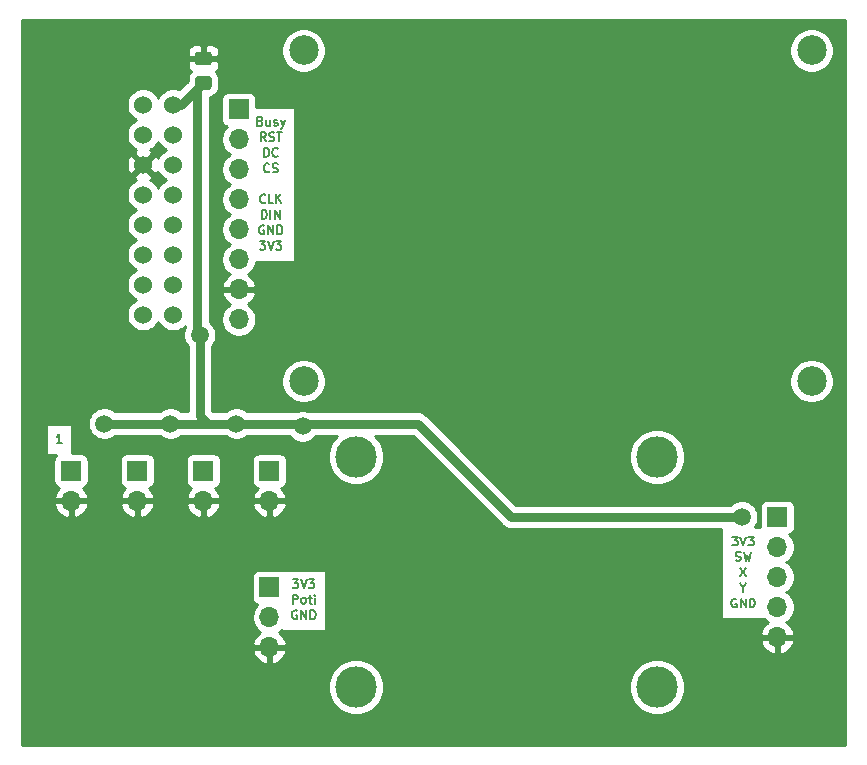
<source format=gtl>
G04 #@! TF.GenerationSoftware,KiCad,Pcbnew,(5.1.5)-3*
G04 #@! TF.CreationDate,2020-04-23T23:50:09+02:00*
G04 #@! TF.ProjectId,User_Interface_Board,55736572-5f49-46e7-9465-72666163655f,rev?*
G04 #@! TF.SameCoordinates,Original*
G04 #@! TF.FileFunction,Copper,L1,Top*
G04 #@! TF.FilePolarity,Positive*
%FSLAX46Y46*%
G04 Gerber Fmt 4.6, Leading zero omitted, Abs format (unit mm)*
G04 Created by KiCad (PCBNEW (5.1.5)-3) date 2020-04-23 23:50:09*
%MOMM*%
%LPD*%
G04 APERTURE LIST*
%ADD10C,0.187500*%
%ADD11C,0.100000*%
%ADD12C,1.524000*%
%ADD13R,1.700000X1.700000*%
%ADD14O,1.700000X1.700000*%
%ADD15C,3.500000*%
%ADD16C,2.500000*%
%ADD17C,1.500000*%
%ADD18C,0.600000*%
%ADD19C,0.800000*%
%ADD20C,0.254000*%
G04 APERTURE END LIST*
D10*
X132014285Y-98739285D02*
X131585714Y-98739285D01*
X131800000Y-98739285D02*
X131800000Y-97989285D01*
X131728571Y-98096428D01*
X131657142Y-98167857D01*
X131585714Y-98203571D01*
X148825000Y-71496428D02*
X148932142Y-71532142D01*
X148967857Y-71567857D01*
X149003571Y-71639285D01*
X149003571Y-71746428D01*
X148967857Y-71817857D01*
X148932142Y-71853571D01*
X148860714Y-71889285D01*
X148575000Y-71889285D01*
X148575000Y-71139285D01*
X148825000Y-71139285D01*
X148896428Y-71175000D01*
X148932142Y-71210714D01*
X148967857Y-71282142D01*
X148967857Y-71353571D01*
X148932142Y-71425000D01*
X148896428Y-71460714D01*
X148825000Y-71496428D01*
X148575000Y-71496428D01*
X149646428Y-71389285D02*
X149646428Y-71889285D01*
X149325000Y-71389285D02*
X149325000Y-71782142D01*
X149360714Y-71853571D01*
X149432142Y-71889285D01*
X149539285Y-71889285D01*
X149610714Y-71853571D01*
X149646428Y-71817857D01*
X149967857Y-71853571D02*
X150039285Y-71889285D01*
X150182142Y-71889285D01*
X150253571Y-71853571D01*
X150289285Y-71782142D01*
X150289285Y-71746428D01*
X150253571Y-71675000D01*
X150182142Y-71639285D01*
X150075000Y-71639285D01*
X150003571Y-71603571D01*
X149967857Y-71532142D01*
X149967857Y-71496428D01*
X150003571Y-71425000D01*
X150075000Y-71389285D01*
X150182142Y-71389285D01*
X150253571Y-71425000D01*
X150539285Y-71389285D02*
X150717857Y-71889285D01*
X150896428Y-71389285D02*
X150717857Y-71889285D01*
X150646428Y-72067857D01*
X150610714Y-72103571D01*
X150539285Y-72139285D01*
X149289285Y-73201785D02*
X149039285Y-72844642D01*
X148860714Y-73201785D02*
X148860714Y-72451785D01*
X149146428Y-72451785D01*
X149217857Y-72487500D01*
X149253571Y-72523214D01*
X149289285Y-72594642D01*
X149289285Y-72701785D01*
X149253571Y-72773214D01*
X149217857Y-72808928D01*
X149146428Y-72844642D01*
X148860714Y-72844642D01*
X149575000Y-73166071D02*
X149682142Y-73201785D01*
X149860714Y-73201785D01*
X149932142Y-73166071D01*
X149967857Y-73130357D01*
X150003571Y-73058928D01*
X150003571Y-72987500D01*
X149967857Y-72916071D01*
X149932142Y-72880357D01*
X149860714Y-72844642D01*
X149717857Y-72808928D01*
X149646428Y-72773214D01*
X149610714Y-72737500D01*
X149575000Y-72666071D01*
X149575000Y-72594642D01*
X149610714Y-72523214D01*
X149646428Y-72487500D01*
X149717857Y-72451785D01*
X149896428Y-72451785D01*
X150003571Y-72487500D01*
X150217857Y-72451785D02*
X150646428Y-72451785D01*
X150432142Y-73201785D02*
X150432142Y-72451785D01*
X149128571Y-74514285D02*
X149128571Y-73764285D01*
X149307142Y-73764285D01*
X149414285Y-73800000D01*
X149485714Y-73871428D01*
X149521428Y-73942857D01*
X149557142Y-74085714D01*
X149557142Y-74192857D01*
X149521428Y-74335714D01*
X149485714Y-74407142D01*
X149414285Y-74478571D01*
X149307142Y-74514285D01*
X149128571Y-74514285D01*
X150307142Y-74442857D02*
X150271428Y-74478571D01*
X150164285Y-74514285D01*
X150092857Y-74514285D01*
X149985714Y-74478571D01*
X149914285Y-74407142D01*
X149878571Y-74335714D01*
X149842857Y-74192857D01*
X149842857Y-74085714D01*
X149878571Y-73942857D01*
X149914285Y-73871428D01*
X149985714Y-73800000D01*
X150092857Y-73764285D01*
X150164285Y-73764285D01*
X150271428Y-73800000D01*
X150307142Y-73835714D01*
X149575000Y-75755357D02*
X149539285Y-75791071D01*
X149432142Y-75826785D01*
X149360714Y-75826785D01*
X149253571Y-75791071D01*
X149182142Y-75719642D01*
X149146428Y-75648214D01*
X149110714Y-75505357D01*
X149110714Y-75398214D01*
X149146428Y-75255357D01*
X149182142Y-75183928D01*
X149253571Y-75112500D01*
X149360714Y-75076785D01*
X149432142Y-75076785D01*
X149539285Y-75112500D01*
X149575000Y-75148214D01*
X149860714Y-75791071D02*
X149967857Y-75826785D01*
X150146428Y-75826785D01*
X150217857Y-75791071D01*
X150253571Y-75755357D01*
X150289285Y-75683928D01*
X150289285Y-75612500D01*
X150253571Y-75541071D01*
X150217857Y-75505357D01*
X150146428Y-75469642D01*
X150003571Y-75433928D01*
X149932142Y-75398214D01*
X149896428Y-75362500D01*
X149860714Y-75291071D01*
X149860714Y-75219642D01*
X149896428Y-75148214D01*
X149932142Y-75112500D01*
X150003571Y-75076785D01*
X150182142Y-75076785D01*
X150289285Y-75112500D01*
X149253571Y-78380357D02*
X149217857Y-78416071D01*
X149110714Y-78451785D01*
X149039285Y-78451785D01*
X148932142Y-78416071D01*
X148860714Y-78344642D01*
X148825000Y-78273214D01*
X148789285Y-78130357D01*
X148789285Y-78023214D01*
X148825000Y-77880357D01*
X148860714Y-77808928D01*
X148932142Y-77737500D01*
X149039285Y-77701785D01*
X149110714Y-77701785D01*
X149217857Y-77737500D01*
X149253571Y-77773214D01*
X149932142Y-78451785D02*
X149575000Y-78451785D01*
X149575000Y-77701785D01*
X150182142Y-78451785D02*
X150182142Y-77701785D01*
X150610714Y-78451785D02*
X150289285Y-78023214D01*
X150610714Y-77701785D02*
X150182142Y-78130357D01*
X148932142Y-79764285D02*
X148932142Y-79014285D01*
X149110714Y-79014285D01*
X149217857Y-79050000D01*
X149289285Y-79121428D01*
X149325000Y-79192857D01*
X149360714Y-79335714D01*
X149360714Y-79442857D01*
X149325000Y-79585714D01*
X149289285Y-79657142D01*
X149217857Y-79728571D01*
X149110714Y-79764285D01*
X148932142Y-79764285D01*
X149682142Y-79764285D02*
X149682142Y-79014285D01*
X150039285Y-79764285D02*
X150039285Y-79014285D01*
X150467857Y-79764285D01*
X150467857Y-79014285D01*
X149128571Y-80362500D02*
X149057142Y-80326785D01*
X148950000Y-80326785D01*
X148842857Y-80362500D01*
X148771428Y-80433928D01*
X148735714Y-80505357D01*
X148700000Y-80648214D01*
X148700000Y-80755357D01*
X148735714Y-80898214D01*
X148771428Y-80969642D01*
X148842857Y-81041071D01*
X148950000Y-81076785D01*
X149021428Y-81076785D01*
X149128571Y-81041071D01*
X149164285Y-81005357D01*
X149164285Y-80755357D01*
X149021428Y-80755357D01*
X149485714Y-81076785D02*
X149485714Y-80326785D01*
X149914285Y-81076785D01*
X149914285Y-80326785D01*
X150271428Y-81076785D02*
X150271428Y-80326785D01*
X150450000Y-80326785D01*
X150557142Y-80362500D01*
X150628571Y-80433928D01*
X150664285Y-80505357D01*
X150700000Y-80648214D01*
X150700000Y-80755357D01*
X150664285Y-80898214D01*
X150628571Y-80969642D01*
X150557142Y-81041071D01*
X150450000Y-81076785D01*
X150271428Y-81076785D01*
X148771428Y-81639285D02*
X149235714Y-81639285D01*
X148985714Y-81925000D01*
X149092857Y-81925000D01*
X149164285Y-81960714D01*
X149200000Y-81996428D01*
X149235714Y-82067857D01*
X149235714Y-82246428D01*
X149200000Y-82317857D01*
X149164285Y-82353571D01*
X149092857Y-82389285D01*
X148878571Y-82389285D01*
X148807142Y-82353571D01*
X148771428Y-82317857D01*
X149450000Y-81639285D02*
X149700000Y-82389285D01*
X149950000Y-81639285D01*
X150128571Y-81639285D02*
X150592857Y-81639285D01*
X150342857Y-81925000D01*
X150450000Y-81925000D01*
X150521428Y-81960714D01*
X150557142Y-81996428D01*
X150592857Y-82067857D01*
X150592857Y-82246428D01*
X150557142Y-82317857D01*
X150521428Y-82353571D01*
X150450000Y-82389285D01*
X150235714Y-82389285D01*
X150164285Y-82353571D01*
X150128571Y-82317857D01*
X151571428Y-110276785D02*
X152035714Y-110276785D01*
X151785714Y-110562500D01*
X151892857Y-110562500D01*
X151964285Y-110598214D01*
X152000000Y-110633928D01*
X152035714Y-110705357D01*
X152035714Y-110883928D01*
X152000000Y-110955357D01*
X151964285Y-110991071D01*
X151892857Y-111026785D01*
X151678571Y-111026785D01*
X151607142Y-110991071D01*
X151571428Y-110955357D01*
X152250000Y-110276785D02*
X152500000Y-111026785D01*
X152750000Y-110276785D01*
X152928571Y-110276785D02*
X153392857Y-110276785D01*
X153142857Y-110562500D01*
X153250000Y-110562500D01*
X153321428Y-110598214D01*
X153357142Y-110633928D01*
X153392857Y-110705357D01*
X153392857Y-110883928D01*
X153357142Y-110955357D01*
X153321428Y-110991071D01*
X153250000Y-111026785D01*
X153035714Y-111026785D01*
X152964285Y-110991071D01*
X152928571Y-110955357D01*
X151571428Y-112339285D02*
X151571428Y-111589285D01*
X151857142Y-111589285D01*
X151928571Y-111625000D01*
X151964285Y-111660714D01*
X152000000Y-111732142D01*
X152000000Y-111839285D01*
X151964285Y-111910714D01*
X151928571Y-111946428D01*
X151857142Y-111982142D01*
X151571428Y-111982142D01*
X152428571Y-112339285D02*
X152357142Y-112303571D01*
X152321428Y-112267857D01*
X152285714Y-112196428D01*
X152285714Y-111982142D01*
X152321428Y-111910714D01*
X152357142Y-111875000D01*
X152428571Y-111839285D01*
X152535714Y-111839285D01*
X152607142Y-111875000D01*
X152642857Y-111910714D01*
X152678571Y-111982142D01*
X152678571Y-112196428D01*
X152642857Y-112267857D01*
X152607142Y-112303571D01*
X152535714Y-112339285D01*
X152428571Y-112339285D01*
X152892857Y-111839285D02*
X153178571Y-111839285D01*
X153000000Y-111589285D02*
X153000000Y-112232142D01*
X153035714Y-112303571D01*
X153107142Y-112339285D01*
X153178571Y-112339285D01*
X153428571Y-112339285D02*
X153428571Y-111839285D01*
X153428571Y-111589285D02*
X153392857Y-111625000D01*
X153428571Y-111660714D01*
X153464285Y-111625000D01*
X153428571Y-111589285D01*
X153428571Y-111660714D01*
X151928571Y-112937500D02*
X151857142Y-112901785D01*
X151750000Y-112901785D01*
X151642857Y-112937500D01*
X151571428Y-113008928D01*
X151535714Y-113080357D01*
X151500000Y-113223214D01*
X151500000Y-113330357D01*
X151535714Y-113473214D01*
X151571428Y-113544642D01*
X151642857Y-113616071D01*
X151750000Y-113651785D01*
X151821428Y-113651785D01*
X151928571Y-113616071D01*
X151964285Y-113580357D01*
X151964285Y-113330357D01*
X151821428Y-113330357D01*
X152285714Y-113651785D02*
X152285714Y-112901785D01*
X152714285Y-113651785D01*
X152714285Y-112901785D01*
X153071428Y-113651785D02*
X153071428Y-112901785D01*
X153250000Y-112901785D01*
X153357142Y-112937500D01*
X153428571Y-113008928D01*
X153464285Y-113080357D01*
X153500000Y-113223214D01*
X153500000Y-113330357D01*
X153464285Y-113473214D01*
X153428571Y-113544642D01*
X153357142Y-113616071D01*
X153250000Y-113651785D01*
X153071428Y-113651785D01*
X188771428Y-106664285D02*
X189235714Y-106664285D01*
X188985714Y-106950000D01*
X189092857Y-106950000D01*
X189164285Y-106985714D01*
X189200000Y-107021428D01*
X189235714Y-107092857D01*
X189235714Y-107271428D01*
X189200000Y-107342857D01*
X189164285Y-107378571D01*
X189092857Y-107414285D01*
X188878571Y-107414285D01*
X188807142Y-107378571D01*
X188771428Y-107342857D01*
X189450000Y-106664285D02*
X189700000Y-107414285D01*
X189950000Y-106664285D01*
X190128571Y-106664285D02*
X190592857Y-106664285D01*
X190342857Y-106950000D01*
X190450000Y-106950000D01*
X190521428Y-106985714D01*
X190557142Y-107021428D01*
X190592857Y-107092857D01*
X190592857Y-107271428D01*
X190557142Y-107342857D01*
X190521428Y-107378571D01*
X190450000Y-107414285D01*
X190235714Y-107414285D01*
X190164285Y-107378571D01*
X190128571Y-107342857D01*
X189057142Y-108691071D02*
X189164285Y-108726785D01*
X189342857Y-108726785D01*
X189414285Y-108691071D01*
X189450000Y-108655357D01*
X189485714Y-108583928D01*
X189485714Y-108512500D01*
X189450000Y-108441071D01*
X189414285Y-108405357D01*
X189342857Y-108369642D01*
X189200000Y-108333928D01*
X189128571Y-108298214D01*
X189092857Y-108262500D01*
X189057142Y-108191071D01*
X189057142Y-108119642D01*
X189092857Y-108048214D01*
X189128571Y-108012500D01*
X189200000Y-107976785D01*
X189378571Y-107976785D01*
X189485714Y-108012500D01*
X189735714Y-107976785D02*
X189914285Y-108726785D01*
X190057142Y-108191071D01*
X190200000Y-108726785D01*
X190378571Y-107976785D01*
X189450000Y-109289285D02*
X189950000Y-110039285D01*
X189950000Y-109289285D02*
X189450000Y-110039285D01*
X189700000Y-110994642D02*
X189700000Y-111351785D01*
X189450000Y-110601785D02*
X189700000Y-110994642D01*
X189950000Y-110601785D01*
X189128571Y-111950000D02*
X189057142Y-111914285D01*
X188950000Y-111914285D01*
X188842857Y-111950000D01*
X188771428Y-112021428D01*
X188735714Y-112092857D01*
X188700000Y-112235714D01*
X188700000Y-112342857D01*
X188735714Y-112485714D01*
X188771428Y-112557142D01*
X188842857Y-112628571D01*
X188950000Y-112664285D01*
X189021428Y-112664285D01*
X189128571Y-112628571D01*
X189164285Y-112592857D01*
X189164285Y-112342857D01*
X189021428Y-112342857D01*
X189485714Y-112664285D02*
X189485714Y-111914285D01*
X189914285Y-112664285D01*
X189914285Y-111914285D01*
X190271428Y-112664285D02*
X190271428Y-111914285D01*
X190450000Y-111914285D01*
X190557142Y-111950000D01*
X190628571Y-112021428D01*
X190664285Y-112092857D01*
X190700000Y-112235714D01*
X190700000Y-112342857D01*
X190664285Y-112485714D01*
X190628571Y-112557142D01*
X190557142Y-112628571D01*
X190450000Y-112664285D01*
X190271428Y-112664285D01*
G04 #@! TA.AperFunction,SMDPad,CuDef*
D11*
G36*
X144474910Y-65626202D02*
G01*
X144499135Y-65629795D01*
X144522891Y-65635746D01*
X144545949Y-65643996D01*
X144568087Y-65654467D01*
X144589093Y-65667057D01*
X144608763Y-65681645D01*
X144626908Y-65698092D01*
X144643355Y-65716237D01*
X144657943Y-65735907D01*
X144670533Y-65756913D01*
X144681004Y-65779051D01*
X144689254Y-65802109D01*
X144695205Y-65825865D01*
X144698798Y-65850090D01*
X144700000Y-65874550D01*
X144700000Y-66525450D01*
X144698798Y-66549910D01*
X144695205Y-66574135D01*
X144689254Y-66597891D01*
X144681004Y-66620949D01*
X144670533Y-66643087D01*
X144657943Y-66664093D01*
X144643355Y-66683763D01*
X144626908Y-66701908D01*
X144608763Y-66718355D01*
X144589093Y-66732943D01*
X144568087Y-66745533D01*
X144545949Y-66756004D01*
X144522891Y-66764254D01*
X144499135Y-66770205D01*
X144474910Y-66773798D01*
X144450450Y-66775000D01*
X143549550Y-66775000D01*
X143525090Y-66773798D01*
X143500865Y-66770205D01*
X143477109Y-66764254D01*
X143454051Y-66756004D01*
X143431913Y-66745533D01*
X143410907Y-66732943D01*
X143391237Y-66718355D01*
X143373092Y-66701908D01*
X143356645Y-66683763D01*
X143342057Y-66664093D01*
X143329467Y-66643087D01*
X143318996Y-66620949D01*
X143310746Y-66597891D01*
X143304795Y-66574135D01*
X143301202Y-66549910D01*
X143300000Y-66525450D01*
X143300000Y-65874550D01*
X143301202Y-65850090D01*
X143304795Y-65825865D01*
X143310746Y-65802109D01*
X143318996Y-65779051D01*
X143329467Y-65756913D01*
X143342057Y-65735907D01*
X143356645Y-65716237D01*
X143373092Y-65698092D01*
X143391237Y-65681645D01*
X143410907Y-65667057D01*
X143431913Y-65654467D01*
X143454051Y-65643996D01*
X143477109Y-65635746D01*
X143500865Y-65629795D01*
X143525090Y-65626202D01*
X143549550Y-65625000D01*
X144450450Y-65625000D01*
X144474910Y-65626202D01*
G37*
G04 #@! TD.AperFunction*
G04 #@! TA.AperFunction,SMDPad,CuDef*
G36*
X144474505Y-67676204D02*
G01*
X144498773Y-67679804D01*
X144522572Y-67685765D01*
X144545671Y-67694030D01*
X144567850Y-67704520D01*
X144588893Y-67717132D01*
X144608599Y-67731747D01*
X144626777Y-67748223D01*
X144643253Y-67766401D01*
X144657868Y-67786107D01*
X144670480Y-67807150D01*
X144680970Y-67829329D01*
X144689235Y-67852428D01*
X144695196Y-67876227D01*
X144698796Y-67900495D01*
X144700000Y-67924999D01*
X144700000Y-68575001D01*
X144698796Y-68599505D01*
X144695196Y-68623773D01*
X144689235Y-68647572D01*
X144680970Y-68670671D01*
X144670480Y-68692850D01*
X144657868Y-68713893D01*
X144643253Y-68733599D01*
X144626777Y-68751777D01*
X144608599Y-68768253D01*
X144588893Y-68782868D01*
X144567850Y-68795480D01*
X144545671Y-68805970D01*
X144522572Y-68814235D01*
X144498773Y-68820196D01*
X144474505Y-68823796D01*
X144450001Y-68825000D01*
X143549999Y-68825000D01*
X143525495Y-68823796D01*
X143501227Y-68820196D01*
X143477428Y-68814235D01*
X143454329Y-68805970D01*
X143432150Y-68795480D01*
X143411107Y-68782868D01*
X143391401Y-68768253D01*
X143373223Y-68751777D01*
X143356747Y-68733599D01*
X143342132Y-68713893D01*
X143329520Y-68692850D01*
X143319030Y-68670671D01*
X143310765Y-68647572D01*
X143304804Y-68623773D01*
X143301204Y-68599505D01*
X143300000Y-68575001D01*
X143300000Y-67924999D01*
X143301204Y-67900495D01*
X143304804Y-67876227D01*
X143310765Y-67852428D01*
X143319030Y-67829329D01*
X143329520Y-67807150D01*
X143342132Y-67786107D01*
X143356747Y-67766401D01*
X143373223Y-67748223D01*
X143391401Y-67731747D01*
X143411107Y-67717132D01*
X143432150Y-67704520D01*
X143454329Y-67694030D01*
X143477428Y-67685765D01*
X143501227Y-67679804D01*
X143525495Y-67676204D01*
X143549999Y-67675000D01*
X144450001Y-67675000D01*
X144474505Y-67676204D01*
G37*
G04 #@! TD.AperFunction*
D12*
X138900000Y-87890000D03*
X138900000Y-85350000D03*
X138900000Y-82810000D03*
X138900000Y-80270000D03*
X138900000Y-77730000D03*
X138900000Y-75190000D03*
X138900000Y-72650000D03*
X138900000Y-70110000D03*
X141440000Y-87890000D03*
X141440000Y-85350000D03*
X141440000Y-82810000D03*
X141440000Y-80270000D03*
X141440000Y-77730000D03*
X141440000Y-75190000D03*
X141440000Y-72650000D03*
X141440000Y-70110000D03*
D13*
X132800000Y-101100000D03*
D14*
X132800000Y-103640000D03*
X149600000Y-116040000D03*
X149600000Y-113500000D03*
D13*
X149600000Y-110960000D03*
D14*
X147000000Y-88280000D03*
X147000000Y-85740000D03*
X147000000Y-83200000D03*
X147000000Y-80660000D03*
X147000000Y-78120000D03*
X147000000Y-75580000D03*
X147000000Y-73040000D03*
D13*
X147000000Y-70500000D03*
D14*
X192600000Y-115180000D03*
X192600000Y-112640000D03*
X192600000Y-110100000D03*
X192600000Y-107560000D03*
D13*
X192600000Y-105020000D03*
D14*
X138400000Y-103640000D03*
D13*
X138400000Y-101100000D03*
X144000000Y-101100000D03*
D14*
X144000000Y-103640000D03*
X149600000Y-103640000D03*
D13*
X149600000Y-101100000D03*
D15*
X182420000Y-99910000D03*
X182420000Y-119410000D03*
X156920000Y-119410000D03*
X156920000Y-99910000D03*
D16*
X152500000Y-65500000D03*
X195500000Y-65500000D03*
X195500000Y-93500000D03*
X152500000Y-93500000D03*
D17*
X141200000Y-107600000D03*
X140400000Y-90700000D03*
X149100000Y-90700000D03*
X144000000Y-63900000D03*
X135600000Y-97100000D03*
X189600000Y-105000000D03*
X141200000Y-97100000D03*
X146800000Y-97100000D03*
X152400000Y-97350010D03*
X143699999Y-89600000D03*
D18*
X147000000Y-83430000D02*
X147000000Y-83200000D01*
X147000000Y-80890000D02*
X147000000Y-80660000D01*
X147000000Y-78350000D02*
X147000000Y-78120000D01*
X147000000Y-75810000D02*
X147000000Y-75580000D01*
X147000000Y-73270000D02*
X147000000Y-73040000D01*
X147000000Y-70500000D02*
X147000000Y-70730000D01*
D19*
X135600000Y-97100000D02*
X141200000Y-97100000D01*
D18*
X144200000Y-97000000D02*
X144300000Y-97100000D01*
D19*
X141200000Y-97100000D02*
X144300000Y-97100000D01*
X144300000Y-97100000D02*
X146800000Y-97100000D01*
X152149990Y-97100000D02*
X152400000Y-97350010D01*
X146800000Y-97100000D02*
X152149990Y-97100000D01*
X188539340Y-105000000D02*
X189600000Y-105000000D01*
X170041390Y-105000000D02*
X188539340Y-105000000D01*
X162141390Y-97100000D02*
X170041390Y-105000000D01*
X152400000Y-97350010D02*
X152650010Y-97100000D01*
X152650010Y-97100000D02*
X162141390Y-97100000D01*
X142140000Y-70110000D02*
X144000000Y-68250000D01*
X141440000Y-70110000D02*
X142140000Y-70110000D01*
X144200000Y-97000000D02*
X143699999Y-96499999D01*
X143699999Y-90660660D02*
X143699999Y-89600000D01*
X143699999Y-96499999D02*
X143699999Y-90660660D01*
X143500000Y-89400001D02*
X143699999Y-89600000D01*
X144000000Y-68250000D02*
X143500000Y-68750000D01*
X143500000Y-68750000D02*
X143500000Y-89400001D01*
D18*
X138900000Y-80270000D02*
X138900000Y-80500000D01*
D20*
G36*
X198340000Y-124340000D02*
G01*
X128660000Y-124340000D01*
X128660000Y-119175098D01*
X154535000Y-119175098D01*
X154535000Y-119644902D01*
X154626654Y-120105679D01*
X154806440Y-120539721D01*
X155067450Y-120930349D01*
X155399651Y-121262550D01*
X155790279Y-121523560D01*
X156224321Y-121703346D01*
X156685098Y-121795000D01*
X157154902Y-121795000D01*
X157615679Y-121703346D01*
X158049721Y-121523560D01*
X158440349Y-121262550D01*
X158772550Y-120930349D01*
X159033560Y-120539721D01*
X159213346Y-120105679D01*
X159305000Y-119644902D01*
X159305000Y-119175098D01*
X180035000Y-119175098D01*
X180035000Y-119644902D01*
X180126654Y-120105679D01*
X180306440Y-120539721D01*
X180567450Y-120930349D01*
X180899651Y-121262550D01*
X181290279Y-121523560D01*
X181724321Y-121703346D01*
X182185098Y-121795000D01*
X182654902Y-121795000D01*
X183115679Y-121703346D01*
X183549721Y-121523560D01*
X183940349Y-121262550D01*
X184272550Y-120930349D01*
X184533560Y-120539721D01*
X184713346Y-120105679D01*
X184805000Y-119644902D01*
X184805000Y-119175098D01*
X184713346Y-118714321D01*
X184533560Y-118280279D01*
X184272550Y-117889651D01*
X183940349Y-117557450D01*
X183549721Y-117296440D01*
X183115679Y-117116654D01*
X182654902Y-117025000D01*
X182185098Y-117025000D01*
X181724321Y-117116654D01*
X181290279Y-117296440D01*
X180899651Y-117557450D01*
X180567450Y-117889651D01*
X180306440Y-118280279D01*
X180126654Y-118714321D01*
X180035000Y-119175098D01*
X159305000Y-119175098D01*
X159213346Y-118714321D01*
X159033560Y-118280279D01*
X158772550Y-117889651D01*
X158440349Y-117557450D01*
X158049721Y-117296440D01*
X157615679Y-117116654D01*
X157154902Y-117025000D01*
X156685098Y-117025000D01*
X156224321Y-117116654D01*
X155790279Y-117296440D01*
X155399651Y-117557450D01*
X155067450Y-117889651D01*
X154806440Y-118280279D01*
X154626654Y-118714321D01*
X154535000Y-119175098D01*
X128660000Y-119175098D01*
X128660000Y-116396890D01*
X148158524Y-116396890D01*
X148203175Y-116544099D01*
X148328359Y-116806920D01*
X148502412Y-117040269D01*
X148718645Y-117235178D01*
X148968748Y-117384157D01*
X149243109Y-117481481D01*
X149473000Y-117360814D01*
X149473000Y-116167000D01*
X149727000Y-116167000D01*
X149727000Y-117360814D01*
X149956891Y-117481481D01*
X150231252Y-117384157D01*
X150481355Y-117235178D01*
X150697588Y-117040269D01*
X150871641Y-116806920D01*
X150996825Y-116544099D01*
X151041476Y-116396890D01*
X150920155Y-116167000D01*
X149727000Y-116167000D01*
X149473000Y-116167000D01*
X148279845Y-116167000D01*
X148158524Y-116396890D01*
X128660000Y-116396890D01*
X128660000Y-110110000D01*
X148111928Y-110110000D01*
X148111928Y-111810000D01*
X148124188Y-111934482D01*
X148160498Y-112054180D01*
X148219463Y-112164494D01*
X148298815Y-112261185D01*
X148395506Y-112340537D01*
X148505820Y-112399502D01*
X148578380Y-112421513D01*
X148446525Y-112553368D01*
X148284010Y-112796589D01*
X148172068Y-113066842D01*
X148115000Y-113353740D01*
X148115000Y-113646260D01*
X148172068Y-113933158D01*
X148284010Y-114203411D01*
X148446525Y-114446632D01*
X148653368Y-114653475D01*
X148835534Y-114775195D01*
X148718645Y-114844822D01*
X148502412Y-115039731D01*
X148328359Y-115273080D01*
X148203175Y-115535901D01*
X148158524Y-115683110D01*
X148279845Y-115913000D01*
X149473000Y-115913000D01*
X149473000Y-115893000D01*
X149727000Y-115893000D01*
X149727000Y-115913000D01*
X150920155Y-115913000D01*
X151041476Y-115683110D01*
X150997125Y-115536890D01*
X191158524Y-115536890D01*
X191203175Y-115684099D01*
X191328359Y-115946920D01*
X191502412Y-116180269D01*
X191718645Y-116375178D01*
X191968748Y-116524157D01*
X192243109Y-116621481D01*
X192473000Y-116500814D01*
X192473000Y-115307000D01*
X192727000Y-115307000D01*
X192727000Y-116500814D01*
X192956891Y-116621481D01*
X193231252Y-116524157D01*
X193481355Y-116375178D01*
X193697588Y-116180269D01*
X193871641Y-115946920D01*
X193996825Y-115684099D01*
X194041476Y-115536890D01*
X193920155Y-115307000D01*
X192727000Y-115307000D01*
X192473000Y-115307000D01*
X191279845Y-115307000D01*
X191158524Y-115536890D01*
X150997125Y-115536890D01*
X150996825Y-115535901D01*
X150871641Y-115273080D01*
X150697588Y-115039731D01*
X150481355Y-114844822D01*
X150364466Y-114775195D01*
X150546632Y-114653475D01*
X150628393Y-114571714D01*
X150628393Y-114673125D01*
X154371607Y-114673125D01*
X154371607Y-109465625D01*
X150628393Y-109465625D01*
X150628393Y-109500542D01*
X150574482Y-109484188D01*
X150450000Y-109471928D01*
X148750000Y-109471928D01*
X148625518Y-109484188D01*
X148505820Y-109520498D01*
X148395506Y-109579463D01*
X148298815Y-109658815D01*
X148219463Y-109755506D01*
X148160498Y-109865820D01*
X148124188Y-109985518D01*
X148111928Y-110110000D01*
X128660000Y-110110000D01*
X128660000Y-103996890D01*
X131358524Y-103996890D01*
X131403175Y-104144099D01*
X131528359Y-104406920D01*
X131702412Y-104640269D01*
X131918645Y-104835178D01*
X132168748Y-104984157D01*
X132443109Y-105081481D01*
X132673000Y-104960814D01*
X132673000Y-103767000D01*
X132927000Y-103767000D01*
X132927000Y-104960814D01*
X133156891Y-105081481D01*
X133431252Y-104984157D01*
X133681355Y-104835178D01*
X133897588Y-104640269D01*
X134071641Y-104406920D01*
X134196825Y-104144099D01*
X134241476Y-103996890D01*
X136958524Y-103996890D01*
X137003175Y-104144099D01*
X137128359Y-104406920D01*
X137302412Y-104640269D01*
X137518645Y-104835178D01*
X137768748Y-104984157D01*
X138043109Y-105081481D01*
X138273000Y-104960814D01*
X138273000Y-103767000D01*
X138527000Y-103767000D01*
X138527000Y-104960814D01*
X138756891Y-105081481D01*
X139031252Y-104984157D01*
X139281355Y-104835178D01*
X139497588Y-104640269D01*
X139671641Y-104406920D01*
X139796825Y-104144099D01*
X139841476Y-103996890D01*
X142558524Y-103996890D01*
X142603175Y-104144099D01*
X142728359Y-104406920D01*
X142902412Y-104640269D01*
X143118645Y-104835178D01*
X143368748Y-104984157D01*
X143643109Y-105081481D01*
X143873000Y-104960814D01*
X143873000Y-103767000D01*
X144127000Y-103767000D01*
X144127000Y-104960814D01*
X144356891Y-105081481D01*
X144631252Y-104984157D01*
X144881355Y-104835178D01*
X145097588Y-104640269D01*
X145271641Y-104406920D01*
X145396825Y-104144099D01*
X145441476Y-103996890D01*
X148158524Y-103996890D01*
X148203175Y-104144099D01*
X148328359Y-104406920D01*
X148502412Y-104640269D01*
X148718645Y-104835178D01*
X148968748Y-104984157D01*
X149243109Y-105081481D01*
X149473000Y-104960814D01*
X149473000Y-103767000D01*
X149727000Y-103767000D01*
X149727000Y-104960814D01*
X149956891Y-105081481D01*
X150231252Y-104984157D01*
X150481355Y-104835178D01*
X150697588Y-104640269D01*
X150871641Y-104406920D01*
X150996825Y-104144099D01*
X151041476Y-103996890D01*
X150920155Y-103767000D01*
X149727000Y-103767000D01*
X149473000Y-103767000D01*
X148279845Y-103767000D01*
X148158524Y-103996890D01*
X145441476Y-103996890D01*
X145320155Y-103767000D01*
X144127000Y-103767000D01*
X143873000Y-103767000D01*
X142679845Y-103767000D01*
X142558524Y-103996890D01*
X139841476Y-103996890D01*
X139720155Y-103767000D01*
X138527000Y-103767000D01*
X138273000Y-103767000D01*
X137079845Y-103767000D01*
X136958524Y-103996890D01*
X134241476Y-103996890D01*
X134120155Y-103767000D01*
X132927000Y-103767000D01*
X132673000Y-103767000D01*
X131479845Y-103767000D01*
X131358524Y-103996890D01*
X128660000Y-103996890D01*
X128660000Y-97178125D01*
X130714107Y-97178125D01*
X130714107Y-99760625D01*
X131545350Y-99760625D01*
X131498815Y-99798815D01*
X131419463Y-99895506D01*
X131360498Y-100005820D01*
X131324188Y-100125518D01*
X131311928Y-100250000D01*
X131311928Y-101950000D01*
X131324188Y-102074482D01*
X131360498Y-102194180D01*
X131419463Y-102304494D01*
X131498815Y-102401185D01*
X131595506Y-102480537D01*
X131705820Y-102539502D01*
X131786466Y-102563966D01*
X131702412Y-102639731D01*
X131528359Y-102873080D01*
X131403175Y-103135901D01*
X131358524Y-103283110D01*
X131479845Y-103513000D01*
X132673000Y-103513000D01*
X132673000Y-103493000D01*
X132927000Y-103493000D01*
X132927000Y-103513000D01*
X134120155Y-103513000D01*
X134241476Y-103283110D01*
X134196825Y-103135901D01*
X134071641Y-102873080D01*
X133897588Y-102639731D01*
X133813534Y-102563966D01*
X133894180Y-102539502D01*
X134004494Y-102480537D01*
X134101185Y-102401185D01*
X134180537Y-102304494D01*
X134239502Y-102194180D01*
X134275812Y-102074482D01*
X134288072Y-101950000D01*
X134288072Y-100250000D01*
X136911928Y-100250000D01*
X136911928Y-101950000D01*
X136924188Y-102074482D01*
X136960498Y-102194180D01*
X137019463Y-102304494D01*
X137098815Y-102401185D01*
X137195506Y-102480537D01*
X137305820Y-102539502D01*
X137386466Y-102563966D01*
X137302412Y-102639731D01*
X137128359Y-102873080D01*
X137003175Y-103135901D01*
X136958524Y-103283110D01*
X137079845Y-103513000D01*
X138273000Y-103513000D01*
X138273000Y-103493000D01*
X138527000Y-103493000D01*
X138527000Y-103513000D01*
X139720155Y-103513000D01*
X139841476Y-103283110D01*
X139796825Y-103135901D01*
X139671641Y-102873080D01*
X139497588Y-102639731D01*
X139413534Y-102563966D01*
X139494180Y-102539502D01*
X139604494Y-102480537D01*
X139701185Y-102401185D01*
X139780537Y-102304494D01*
X139839502Y-102194180D01*
X139875812Y-102074482D01*
X139888072Y-101950000D01*
X139888072Y-100250000D01*
X142511928Y-100250000D01*
X142511928Y-101950000D01*
X142524188Y-102074482D01*
X142560498Y-102194180D01*
X142619463Y-102304494D01*
X142698815Y-102401185D01*
X142795506Y-102480537D01*
X142905820Y-102539502D01*
X142986466Y-102563966D01*
X142902412Y-102639731D01*
X142728359Y-102873080D01*
X142603175Y-103135901D01*
X142558524Y-103283110D01*
X142679845Y-103513000D01*
X143873000Y-103513000D01*
X143873000Y-103493000D01*
X144127000Y-103493000D01*
X144127000Y-103513000D01*
X145320155Y-103513000D01*
X145441476Y-103283110D01*
X145396825Y-103135901D01*
X145271641Y-102873080D01*
X145097588Y-102639731D01*
X145013534Y-102563966D01*
X145094180Y-102539502D01*
X145204494Y-102480537D01*
X145301185Y-102401185D01*
X145380537Y-102304494D01*
X145439502Y-102194180D01*
X145475812Y-102074482D01*
X145488072Y-101950000D01*
X145488072Y-100250000D01*
X148111928Y-100250000D01*
X148111928Y-101950000D01*
X148124188Y-102074482D01*
X148160498Y-102194180D01*
X148219463Y-102304494D01*
X148298815Y-102401185D01*
X148395506Y-102480537D01*
X148505820Y-102539502D01*
X148586466Y-102563966D01*
X148502412Y-102639731D01*
X148328359Y-102873080D01*
X148203175Y-103135901D01*
X148158524Y-103283110D01*
X148279845Y-103513000D01*
X149473000Y-103513000D01*
X149473000Y-103493000D01*
X149727000Y-103493000D01*
X149727000Y-103513000D01*
X150920155Y-103513000D01*
X151041476Y-103283110D01*
X150996825Y-103135901D01*
X150871641Y-102873080D01*
X150697588Y-102639731D01*
X150613534Y-102563966D01*
X150694180Y-102539502D01*
X150804494Y-102480537D01*
X150901185Y-102401185D01*
X150980537Y-102304494D01*
X151039502Y-102194180D01*
X151075812Y-102074482D01*
X151088072Y-101950000D01*
X151088072Y-100250000D01*
X151075812Y-100125518D01*
X151039502Y-100005820D01*
X150980537Y-99895506D01*
X150901185Y-99798815D01*
X150804494Y-99719463D01*
X150694180Y-99660498D01*
X150574482Y-99624188D01*
X150450000Y-99611928D01*
X148750000Y-99611928D01*
X148625518Y-99624188D01*
X148505820Y-99660498D01*
X148395506Y-99719463D01*
X148298815Y-99798815D01*
X148219463Y-99895506D01*
X148160498Y-100005820D01*
X148124188Y-100125518D01*
X148111928Y-100250000D01*
X145488072Y-100250000D01*
X145475812Y-100125518D01*
X145439502Y-100005820D01*
X145380537Y-99895506D01*
X145301185Y-99798815D01*
X145204494Y-99719463D01*
X145094180Y-99660498D01*
X144974482Y-99624188D01*
X144850000Y-99611928D01*
X143150000Y-99611928D01*
X143025518Y-99624188D01*
X142905820Y-99660498D01*
X142795506Y-99719463D01*
X142698815Y-99798815D01*
X142619463Y-99895506D01*
X142560498Y-100005820D01*
X142524188Y-100125518D01*
X142511928Y-100250000D01*
X139888072Y-100250000D01*
X139875812Y-100125518D01*
X139839502Y-100005820D01*
X139780537Y-99895506D01*
X139701185Y-99798815D01*
X139604494Y-99719463D01*
X139494180Y-99660498D01*
X139374482Y-99624188D01*
X139250000Y-99611928D01*
X137550000Y-99611928D01*
X137425518Y-99624188D01*
X137305820Y-99660498D01*
X137195506Y-99719463D01*
X137098815Y-99798815D01*
X137019463Y-99895506D01*
X136960498Y-100005820D01*
X136924188Y-100125518D01*
X136911928Y-100250000D01*
X134288072Y-100250000D01*
X134275812Y-100125518D01*
X134239502Y-100005820D01*
X134180537Y-99895506D01*
X134101185Y-99798815D01*
X134004494Y-99719463D01*
X133894180Y-99660498D01*
X133774482Y-99624188D01*
X133650000Y-99611928D01*
X132885893Y-99611928D01*
X132885893Y-97178125D01*
X130714107Y-97178125D01*
X128660000Y-97178125D01*
X128660000Y-96963589D01*
X134215000Y-96963589D01*
X134215000Y-97236411D01*
X134268225Y-97503989D01*
X134372629Y-97756043D01*
X134524201Y-97982886D01*
X134717114Y-98175799D01*
X134943957Y-98327371D01*
X135196011Y-98431775D01*
X135463589Y-98485000D01*
X135736411Y-98485000D01*
X136003989Y-98431775D01*
X136256043Y-98327371D01*
X136482886Y-98175799D01*
X136523685Y-98135000D01*
X140276315Y-98135000D01*
X140317114Y-98175799D01*
X140543957Y-98327371D01*
X140796011Y-98431775D01*
X141063589Y-98485000D01*
X141336411Y-98485000D01*
X141603989Y-98431775D01*
X141856043Y-98327371D01*
X142082886Y-98175799D01*
X142123685Y-98135000D01*
X145876315Y-98135000D01*
X145917114Y-98175799D01*
X146143957Y-98327371D01*
X146396011Y-98431775D01*
X146663589Y-98485000D01*
X146936411Y-98485000D01*
X147203989Y-98431775D01*
X147456043Y-98327371D01*
X147682886Y-98175799D01*
X147723685Y-98135000D01*
X151258789Y-98135000D01*
X151324201Y-98232896D01*
X151517114Y-98425809D01*
X151743957Y-98577381D01*
X151996011Y-98681785D01*
X152263589Y-98735010D01*
X152536411Y-98735010D01*
X152803989Y-98681785D01*
X153056043Y-98577381D01*
X153282886Y-98425809D01*
X153475799Y-98232896D01*
X153541211Y-98135000D01*
X155322101Y-98135000D01*
X155067450Y-98389651D01*
X154806440Y-98780279D01*
X154626654Y-99214321D01*
X154535000Y-99675098D01*
X154535000Y-100144902D01*
X154626654Y-100605679D01*
X154806440Y-101039721D01*
X155067450Y-101430349D01*
X155399651Y-101762550D01*
X155790279Y-102023560D01*
X156224321Y-102203346D01*
X156685098Y-102295000D01*
X157154902Y-102295000D01*
X157615679Y-102203346D01*
X158049721Y-102023560D01*
X158440349Y-101762550D01*
X158772550Y-101430349D01*
X159033560Y-101039721D01*
X159213346Y-100605679D01*
X159305000Y-100144902D01*
X159305000Y-99675098D01*
X159213346Y-99214321D01*
X159033560Y-98780279D01*
X158772550Y-98389651D01*
X158517899Y-98135000D01*
X161712680Y-98135000D01*
X169273587Y-105695908D01*
X169305994Y-105735396D01*
X169345482Y-105767803D01*
X169463592Y-105864734D01*
X169559699Y-105916104D01*
X169643397Y-105960841D01*
X169838495Y-106020024D01*
X169990552Y-106035000D01*
X169990561Y-106035000D01*
X170041389Y-106040006D01*
X170092217Y-106035000D01*
X187828393Y-106035000D01*
X187828393Y-113685625D01*
X191545518Y-113685625D01*
X191653368Y-113793475D01*
X191835534Y-113915195D01*
X191718645Y-113984822D01*
X191502412Y-114179731D01*
X191328359Y-114413080D01*
X191203175Y-114675901D01*
X191158524Y-114823110D01*
X191279845Y-115053000D01*
X192473000Y-115053000D01*
X192473000Y-115033000D01*
X192727000Y-115033000D01*
X192727000Y-115053000D01*
X193920155Y-115053000D01*
X194041476Y-114823110D01*
X193996825Y-114675901D01*
X193871641Y-114413080D01*
X193697588Y-114179731D01*
X193481355Y-113984822D01*
X193364466Y-113915195D01*
X193546632Y-113793475D01*
X193753475Y-113586632D01*
X193915990Y-113343411D01*
X194027932Y-113073158D01*
X194085000Y-112786260D01*
X194085000Y-112493740D01*
X194027932Y-112206842D01*
X193915990Y-111936589D01*
X193753475Y-111693368D01*
X193546632Y-111486525D01*
X193372240Y-111370000D01*
X193546632Y-111253475D01*
X193753475Y-111046632D01*
X193915990Y-110803411D01*
X194027932Y-110533158D01*
X194085000Y-110246260D01*
X194085000Y-109953740D01*
X194027932Y-109666842D01*
X193915990Y-109396589D01*
X193753475Y-109153368D01*
X193546632Y-108946525D01*
X193372240Y-108830000D01*
X193546632Y-108713475D01*
X193753475Y-108506632D01*
X193915990Y-108263411D01*
X194027932Y-107993158D01*
X194085000Y-107706260D01*
X194085000Y-107413740D01*
X194027932Y-107126842D01*
X193915990Y-106856589D01*
X193753475Y-106613368D01*
X193621620Y-106481513D01*
X193694180Y-106459502D01*
X193804494Y-106400537D01*
X193901185Y-106321185D01*
X193980537Y-106224494D01*
X194039502Y-106114180D01*
X194075812Y-105994482D01*
X194088072Y-105870000D01*
X194088072Y-104170000D01*
X194075812Y-104045518D01*
X194039502Y-103925820D01*
X193980537Y-103815506D01*
X193901185Y-103718815D01*
X193804494Y-103639463D01*
X193694180Y-103580498D01*
X193574482Y-103544188D01*
X193450000Y-103531928D01*
X191750000Y-103531928D01*
X191625518Y-103544188D01*
X191505820Y-103580498D01*
X191395506Y-103639463D01*
X191298815Y-103718815D01*
X191219463Y-103815506D01*
X191160498Y-103925820D01*
X191124188Y-104045518D01*
X191111928Y-104170000D01*
X191111928Y-105853125D01*
X190695685Y-105853125D01*
X190827371Y-105656043D01*
X190931775Y-105403989D01*
X190985000Y-105136411D01*
X190985000Y-104863589D01*
X190931775Y-104596011D01*
X190827371Y-104343957D01*
X190675799Y-104117114D01*
X190482886Y-103924201D01*
X190256043Y-103772629D01*
X190003989Y-103668225D01*
X189736411Y-103615000D01*
X189463589Y-103615000D01*
X189196011Y-103668225D01*
X188943957Y-103772629D01*
X188717114Y-103924201D01*
X188676315Y-103965000D01*
X170470101Y-103965000D01*
X166180199Y-99675098D01*
X180035000Y-99675098D01*
X180035000Y-100144902D01*
X180126654Y-100605679D01*
X180306440Y-101039721D01*
X180567450Y-101430349D01*
X180899651Y-101762550D01*
X181290279Y-102023560D01*
X181724321Y-102203346D01*
X182185098Y-102295000D01*
X182654902Y-102295000D01*
X183115679Y-102203346D01*
X183549721Y-102023560D01*
X183940349Y-101762550D01*
X184272550Y-101430349D01*
X184533560Y-101039721D01*
X184713346Y-100605679D01*
X184805000Y-100144902D01*
X184805000Y-99675098D01*
X184713346Y-99214321D01*
X184533560Y-98780279D01*
X184272550Y-98389651D01*
X183940349Y-98057450D01*
X183549721Y-97796440D01*
X183115679Y-97616654D01*
X182654902Y-97525000D01*
X182185098Y-97525000D01*
X181724321Y-97616654D01*
X181290279Y-97796440D01*
X180899651Y-98057450D01*
X180567450Y-98389651D01*
X180306440Y-98780279D01*
X180126654Y-99214321D01*
X180035000Y-99675098D01*
X166180199Y-99675098D01*
X162909197Y-96404097D01*
X162876786Y-96364604D01*
X162719187Y-96235266D01*
X162539383Y-96139159D01*
X162344285Y-96079976D01*
X162192228Y-96065000D01*
X162192218Y-96065000D01*
X162141390Y-96059994D01*
X162090562Y-96065000D01*
X152916890Y-96065000D01*
X152803989Y-96018235D01*
X152536411Y-95965010D01*
X152263589Y-95965010D01*
X151996011Y-96018235D01*
X151883110Y-96065000D01*
X147723685Y-96065000D01*
X147682886Y-96024201D01*
X147456043Y-95872629D01*
X147203989Y-95768225D01*
X146936411Y-95715000D01*
X146663589Y-95715000D01*
X146396011Y-95768225D01*
X146143957Y-95872629D01*
X145917114Y-96024201D01*
X145876315Y-96065000D01*
X144734999Y-96065000D01*
X144734999Y-93314344D01*
X150615000Y-93314344D01*
X150615000Y-93685656D01*
X150687439Y-94049834D01*
X150829534Y-94392882D01*
X151035825Y-94701618D01*
X151298382Y-94964175D01*
X151607118Y-95170466D01*
X151950166Y-95312561D01*
X152314344Y-95385000D01*
X152685656Y-95385000D01*
X153049834Y-95312561D01*
X153392882Y-95170466D01*
X153701618Y-94964175D01*
X153964175Y-94701618D01*
X154170466Y-94392882D01*
X154312561Y-94049834D01*
X154385000Y-93685656D01*
X154385000Y-93314344D01*
X193615000Y-93314344D01*
X193615000Y-93685656D01*
X193687439Y-94049834D01*
X193829534Y-94392882D01*
X194035825Y-94701618D01*
X194298382Y-94964175D01*
X194607118Y-95170466D01*
X194950166Y-95312561D01*
X195314344Y-95385000D01*
X195685656Y-95385000D01*
X196049834Y-95312561D01*
X196392882Y-95170466D01*
X196701618Y-94964175D01*
X196964175Y-94701618D01*
X197170466Y-94392882D01*
X197312561Y-94049834D01*
X197385000Y-93685656D01*
X197385000Y-93314344D01*
X197312561Y-92950166D01*
X197170466Y-92607118D01*
X196964175Y-92298382D01*
X196701618Y-92035825D01*
X196392882Y-91829534D01*
X196049834Y-91687439D01*
X195685656Y-91615000D01*
X195314344Y-91615000D01*
X194950166Y-91687439D01*
X194607118Y-91829534D01*
X194298382Y-92035825D01*
X194035825Y-92298382D01*
X193829534Y-92607118D01*
X193687439Y-92950166D01*
X193615000Y-93314344D01*
X154385000Y-93314344D01*
X154312561Y-92950166D01*
X154170466Y-92607118D01*
X153964175Y-92298382D01*
X153701618Y-92035825D01*
X153392882Y-91829534D01*
X153049834Y-91687439D01*
X152685656Y-91615000D01*
X152314344Y-91615000D01*
X151950166Y-91687439D01*
X151607118Y-91829534D01*
X151298382Y-92035825D01*
X151035825Y-92298382D01*
X150829534Y-92607118D01*
X150687439Y-92950166D01*
X150615000Y-93314344D01*
X144734999Y-93314344D01*
X144734999Y-90523685D01*
X144775798Y-90482886D01*
X144927370Y-90256043D01*
X145031774Y-90003989D01*
X145084999Y-89736411D01*
X145084999Y-89463589D01*
X145031774Y-89196011D01*
X144927370Y-88943957D01*
X144775798Y-88717114D01*
X144582885Y-88524201D01*
X144535000Y-88492205D01*
X144535000Y-88133740D01*
X145515000Y-88133740D01*
X145515000Y-88426260D01*
X145572068Y-88713158D01*
X145684010Y-88983411D01*
X145846525Y-89226632D01*
X146053368Y-89433475D01*
X146296589Y-89595990D01*
X146566842Y-89707932D01*
X146853740Y-89765000D01*
X147146260Y-89765000D01*
X147433158Y-89707932D01*
X147703411Y-89595990D01*
X147946632Y-89433475D01*
X148153475Y-89226632D01*
X148315990Y-88983411D01*
X148427932Y-88713158D01*
X148485000Y-88426260D01*
X148485000Y-88133740D01*
X148427932Y-87846842D01*
X148315990Y-87576589D01*
X148153475Y-87333368D01*
X147946632Y-87126525D01*
X147764466Y-87004805D01*
X147881355Y-86935178D01*
X148097588Y-86740269D01*
X148271641Y-86506920D01*
X148396825Y-86244099D01*
X148441476Y-86096890D01*
X148320155Y-85867000D01*
X147127000Y-85867000D01*
X147127000Y-85887000D01*
X146873000Y-85887000D01*
X146873000Y-85867000D01*
X145679845Y-85867000D01*
X145558524Y-86096890D01*
X145603175Y-86244099D01*
X145728359Y-86506920D01*
X145902412Y-86740269D01*
X146118645Y-86935178D01*
X146235534Y-87004805D01*
X146053368Y-87126525D01*
X145846525Y-87333368D01*
X145684010Y-87576589D01*
X145572068Y-87846842D01*
X145515000Y-88133740D01*
X144535000Y-88133740D01*
X144535000Y-69650000D01*
X145511928Y-69650000D01*
X145511928Y-71350000D01*
X145524188Y-71474482D01*
X145560498Y-71594180D01*
X145619463Y-71704494D01*
X145698815Y-71801185D01*
X145795506Y-71880537D01*
X145905820Y-71939502D01*
X145978380Y-71961513D01*
X145846525Y-72093368D01*
X145684010Y-72336589D01*
X145572068Y-72606842D01*
X145515000Y-72893740D01*
X145515000Y-73186260D01*
X145572068Y-73473158D01*
X145684010Y-73743411D01*
X145846525Y-73986632D01*
X146053368Y-74193475D01*
X146227760Y-74310000D01*
X146053368Y-74426525D01*
X145846525Y-74633368D01*
X145684010Y-74876589D01*
X145572068Y-75146842D01*
X145515000Y-75433740D01*
X145515000Y-75726260D01*
X145572068Y-76013158D01*
X145684010Y-76283411D01*
X145846525Y-76526632D01*
X146053368Y-76733475D01*
X146227760Y-76850000D01*
X146053368Y-76966525D01*
X145846525Y-77173368D01*
X145684010Y-77416589D01*
X145572068Y-77686842D01*
X145515000Y-77973740D01*
X145515000Y-78266260D01*
X145572068Y-78553158D01*
X145684010Y-78823411D01*
X145846525Y-79066632D01*
X146053368Y-79273475D01*
X146227760Y-79390000D01*
X146053368Y-79506525D01*
X145846525Y-79713368D01*
X145684010Y-79956589D01*
X145572068Y-80226842D01*
X145515000Y-80513740D01*
X145515000Y-80806260D01*
X145572068Y-81093158D01*
X145684010Y-81363411D01*
X145846525Y-81606632D01*
X146053368Y-81813475D01*
X146227760Y-81930000D01*
X146053368Y-82046525D01*
X145846525Y-82253368D01*
X145684010Y-82496589D01*
X145572068Y-82766842D01*
X145515000Y-83053740D01*
X145515000Y-83346260D01*
X145572068Y-83633158D01*
X145684010Y-83903411D01*
X145846525Y-84146632D01*
X146053368Y-84353475D01*
X146235534Y-84475195D01*
X146118645Y-84544822D01*
X145902412Y-84739731D01*
X145728359Y-84973080D01*
X145603175Y-85235901D01*
X145558524Y-85383110D01*
X145679845Y-85613000D01*
X146873000Y-85613000D01*
X146873000Y-85593000D01*
X147127000Y-85593000D01*
X147127000Y-85613000D01*
X148320155Y-85613000D01*
X148441476Y-85383110D01*
X148396825Y-85235901D01*
X148271641Y-84973080D01*
X148097588Y-84739731D01*
X147881355Y-84544822D01*
X147764466Y-84475195D01*
X147946632Y-84353475D01*
X148153475Y-84146632D01*
X148315990Y-83903411D01*
X148427932Y-83633158D01*
X148472197Y-83410625D01*
X151732322Y-83410625D01*
X151732322Y-70328125D01*
X148488072Y-70328125D01*
X148488072Y-69650000D01*
X148475812Y-69525518D01*
X148439502Y-69405820D01*
X148380537Y-69295506D01*
X148301185Y-69198815D01*
X148204494Y-69119463D01*
X148094180Y-69060498D01*
X147974482Y-69024188D01*
X147850000Y-69011928D01*
X146150000Y-69011928D01*
X146025518Y-69024188D01*
X145905820Y-69060498D01*
X145795506Y-69119463D01*
X145698815Y-69198815D01*
X145619463Y-69295506D01*
X145560498Y-69405820D01*
X145524188Y-69525518D01*
X145511928Y-69650000D01*
X144535000Y-69650000D01*
X144535000Y-69454700D01*
X144623255Y-69446008D01*
X144789851Y-69395472D01*
X144943387Y-69313405D01*
X145077962Y-69202962D01*
X145188405Y-69068387D01*
X145270472Y-68914851D01*
X145321008Y-68748255D01*
X145338072Y-68575001D01*
X145338072Y-67924999D01*
X145321008Y-67751745D01*
X145270472Y-67585149D01*
X145188405Y-67431613D01*
X145077962Y-67297038D01*
X145071406Y-67291658D01*
X145151185Y-67226185D01*
X145230537Y-67129494D01*
X145289502Y-67019180D01*
X145325812Y-66899482D01*
X145338072Y-66775000D01*
X145335000Y-66485750D01*
X145176250Y-66327000D01*
X144127000Y-66327000D01*
X144127000Y-66347000D01*
X143873000Y-66347000D01*
X143873000Y-66327000D01*
X142823750Y-66327000D01*
X142665000Y-66485750D01*
X142661928Y-66775000D01*
X142674188Y-66899482D01*
X142710498Y-67019180D01*
X142769463Y-67129494D01*
X142848815Y-67226185D01*
X142928594Y-67291658D01*
X142922038Y-67297038D01*
X142811595Y-67431613D01*
X142729528Y-67585149D01*
X142678992Y-67751745D01*
X142661928Y-67924999D01*
X142661928Y-68124361D01*
X141969193Y-68817097D01*
X141847490Y-68766686D01*
X141577592Y-68713000D01*
X141302408Y-68713000D01*
X141032510Y-68766686D01*
X140778273Y-68871995D01*
X140549465Y-69024880D01*
X140354880Y-69219465D01*
X140201995Y-69448273D01*
X140170000Y-69525515D01*
X140138005Y-69448273D01*
X139985120Y-69219465D01*
X139790535Y-69024880D01*
X139561727Y-68871995D01*
X139307490Y-68766686D01*
X139037592Y-68713000D01*
X138762408Y-68713000D01*
X138492510Y-68766686D01*
X138238273Y-68871995D01*
X138009465Y-69024880D01*
X137814880Y-69219465D01*
X137661995Y-69448273D01*
X137556686Y-69702510D01*
X137503000Y-69972408D01*
X137503000Y-70247592D01*
X137556686Y-70517490D01*
X137661995Y-70771727D01*
X137814880Y-71000535D01*
X138009465Y-71195120D01*
X138238273Y-71348005D01*
X138315515Y-71380000D01*
X138238273Y-71411995D01*
X138009465Y-71564880D01*
X137814880Y-71759465D01*
X137661995Y-71988273D01*
X137556686Y-72242510D01*
X137503000Y-72512408D01*
X137503000Y-72787592D01*
X137556686Y-73057490D01*
X137661995Y-73311727D01*
X137814880Y-73540535D01*
X138009465Y-73735120D01*
X138238273Y-73888005D01*
X138309943Y-73917692D01*
X138296977Y-73922364D01*
X138181020Y-73984344D01*
X138114040Y-74224435D01*
X138900000Y-75010395D01*
X139685960Y-74224435D01*
X139618980Y-73984344D01*
X139483240Y-73920515D01*
X139561727Y-73888005D01*
X139790535Y-73735120D01*
X139985120Y-73540535D01*
X140138005Y-73311727D01*
X140170000Y-73234485D01*
X140201995Y-73311727D01*
X140354880Y-73540535D01*
X140549465Y-73735120D01*
X140778273Y-73888005D01*
X140855515Y-73920000D01*
X140778273Y-73951995D01*
X140549465Y-74104880D01*
X140354880Y-74299465D01*
X140201995Y-74528273D01*
X140172308Y-74599943D01*
X140167636Y-74586977D01*
X140105656Y-74471020D01*
X139865565Y-74404040D01*
X139079605Y-75190000D01*
X139865565Y-75975960D01*
X140105656Y-75908980D01*
X140169485Y-75773240D01*
X140201995Y-75851727D01*
X140354880Y-76080535D01*
X140549465Y-76275120D01*
X140778273Y-76428005D01*
X140855515Y-76460000D01*
X140778273Y-76491995D01*
X140549465Y-76644880D01*
X140354880Y-76839465D01*
X140201995Y-77068273D01*
X140170000Y-77145515D01*
X140138005Y-77068273D01*
X139985120Y-76839465D01*
X139790535Y-76644880D01*
X139561727Y-76491995D01*
X139490057Y-76462308D01*
X139503023Y-76457636D01*
X139618980Y-76395656D01*
X139685960Y-76155565D01*
X138900000Y-75369605D01*
X138114040Y-76155565D01*
X138181020Y-76395656D01*
X138316760Y-76459485D01*
X138238273Y-76491995D01*
X138009465Y-76644880D01*
X137814880Y-76839465D01*
X137661995Y-77068273D01*
X137556686Y-77322510D01*
X137503000Y-77592408D01*
X137503000Y-77867592D01*
X137556686Y-78137490D01*
X137661995Y-78391727D01*
X137814880Y-78620535D01*
X138009465Y-78815120D01*
X138238273Y-78968005D01*
X138315515Y-79000000D01*
X138238273Y-79031995D01*
X138009465Y-79184880D01*
X137814880Y-79379465D01*
X137661995Y-79608273D01*
X137556686Y-79862510D01*
X137503000Y-80132408D01*
X137503000Y-80407592D01*
X137556686Y-80677490D01*
X137661995Y-80931727D01*
X137814880Y-81160535D01*
X138009465Y-81355120D01*
X138238273Y-81508005D01*
X138315515Y-81540000D01*
X138238273Y-81571995D01*
X138009465Y-81724880D01*
X137814880Y-81919465D01*
X137661995Y-82148273D01*
X137556686Y-82402510D01*
X137503000Y-82672408D01*
X137503000Y-82947592D01*
X137556686Y-83217490D01*
X137661995Y-83471727D01*
X137814880Y-83700535D01*
X138009465Y-83895120D01*
X138238273Y-84048005D01*
X138315515Y-84080000D01*
X138238273Y-84111995D01*
X138009465Y-84264880D01*
X137814880Y-84459465D01*
X137661995Y-84688273D01*
X137556686Y-84942510D01*
X137503000Y-85212408D01*
X137503000Y-85487592D01*
X137556686Y-85757490D01*
X137661995Y-86011727D01*
X137814880Y-86240535D01*
X138009465Y-86435120D01*
X138238273Y-86588005D01*
X138315515Y-86620000D01*
X138238273Y-86651995D01*
X138009465Y-86804880D01*
X137814880Y-86999465D01*
X137661995Y-87228273D01*
X137556686Y-87482510D01*
X137503000Y-87752408D01*
X137503000Y-88027592D01*
X137556686Y-88297490D01*
X137661995Y-88551727D01*
X137814880Y-88780535D01*
X138009465Y-88975120D01*
X138238273Y-89128005D01*
X138492510Y-89233314D01*
X138762408Y-89287000D01*
X139037592Y-89287000D01*
X139307490Y-89233314D01*
X139561727Y-89128005D01*
X139790535Y-88975120D01*
X139985120Y-88780535D01*
X140138005Y-88551727D01*
X140170000Y-88474485D01*
X140201995Y-88551727D01*
X140354880Y-88780535D01*
X140549465Y-88975120D01*
X140778273Y-89128005D01*
X141032510Y-89233314D01*
X141302408Y-89287000D01*
X141577592Y-89287000D01*
X141847490Y-89233314D01*
X142101727Y-89128005D01*
X142330535Y-88975120D01*
X142465001Y-88840654D01*
X142465001Y-88962370D01*
X142368224Y-89196011D01*
X142314999Y-89463589D01*
X142314999Y-89736411D01*
X142368224Y-90003989D01*
X142472628Y-90256043D01*
X142624200Y-90482886D01*
X142664999Y-90523685D01*
X142664999Y-90711497D01*
X142665000Y-90711507D01*
X142664999Y-96065000D01*
X142123685Y-96065000D01*
X142082886Y-96024201D01*
X141856043Y-95872629D01*
X141603989Y-95768225D01*
X141336411Y-95715000D01*
X141063589Y-95715000D01*
X140796011Y-95768225D01*
X140543957Y-95872629D01*
X140317114Y-96024201D01*
X140276315Y-96065000D01*
X136523685Y-96065000D01*
X136482886Y-96024201D01*
X136256043Y-95872629D01*
X136003989Y-95768225D01*
X135736411Y-95715000D01*
X135463589Y-95715000D01*
X135196011Y-95768225D01*
X134943957Y-95872629D01*
X134717114Y-96024201D01*
X134524201Y-96217114D01*
X134372629Y-96443957D01*
X134268225Y-96696011D01*
X134215000Y-96963589D01*
X128660000Y-96963589D01*
X128660000Y-75262017D01*
X137498090Y-75262017D01*
X137539078Y-75534133D01*
X137632364Y-75793023D01*
X137694344Y-75908980D01*
X137934435Y-75975960D01*
X138720395Y-75190000D01*
X137934435Y-74404040D01*
X137694344Y-74471020D01*
X137577244Y-74720048D01*
X137510977Y-74987135D01*
X137498090Y-75262017D01*
X128660000Y-75262017D01*
X128660000Y-65625000D01*
X142661928Y-65625000D01*
X142665000Y-65914250D01*
X142823750Y-66073000D01*
X143873000Y-66073000D01*
X143873000Y-65148750D01*
X144127000Y-65148750D01*
X144127000Y-66073000D01*
X145176250Y-66073000D01*
X145335000Y-65914250D01*
X145338072Y-65625000D01*
X145325812Y-65500518D01*
X145289502Y-65380820D01*
X145253970Y-65314344D01*
X150615000Y-65314344D01*
X150615000Y-65685656D01*
X150687439Y-66049834D01*
X150829534Y-66392882D01*
X151035825Y-66701618D01*
X151298382Y-66964175D01*
X151607118Y-67170466D01*
X151950166Y-67312561D01*
X152314344Y-67385000D01*
X152685656Y-67385000D01*
X153049834Y-67312561D01*
X153392882Y-67170466D01*
X153701618Y-66964175D01*
X153964175Y-66701618D01*
X154170466Y-66392882D01*
X154312561Y-66049834D01*
X154385000Y-65685656D01*
X154385000Y-65314344D01*
X193615000Y-65314344D01*
X193615000Y-65685656D01*
X193687439Y-66049834D01*
X193829534Y-66392882D01*
X194035825Y-66701618D01*
X194298382Y-66964175D01*
X194607118Y-67170466D01*
X194950166Y-67312561D01*
X195314344Y-67385000D01*
X195685656Y-67385000D01*
X196049834Y-67312561D01*
X196392882Y-67170466D01*
X196701618Y-66964175D01*
X196964175Y-66701618D01*
X197170466Y-66392882D01*
X197312561Y-66049834D01*
X197385000Y-65685656D01*
X197385000Y-65314344D01*
X197312561Y-64950166D01*
X197170466Y-64607118D01*
X196964175Y-64298382D01*
X196701618Y-64035825D01*
X196392882Y-63829534D01*
X196049834Y-63687439D01*
X195685656Y-63615000D01*
X195314344Y-63615000D01*
X194950166Y-63687439D01*
X194607118Y-63829534D01*
X194298382Y-64035825D01*
X194035825Y-64298382D01*
X193829534Y-64607118D01*
X193687439Y-64950166D01*
X193615000Y-65314344D01*
X154385000Y-65314344D01*
X154312561Y-64950166D01*
X154170466Y-64607118D01*
X153964175Y-64298382D01*
X153701618Y-64035825D01*
X153392882Y-63829534D01*
X153049834Y-63687439D01*
X152685656Y-63615000D01*
X152314344Y-63615000D01*
X151950166Y-63687439D01*
X151607118Y-63829534D01*
X151298382Y-64035825D01*
X151035825Y-64298382D01*
X150829534Y-64607118D01*
X150687439Y-64950166D01*
X150615000Y-65314344D01*
X145253970Y-65314344D01*
X145230537Y-65270506D01*
X145151185Y-65173815D01*
X145054494Y-65094463D01*
X144944180Y-65035498D01*
X144824482Y-64999188D01*
X144700000Y-64986928D01*
X144285750Y-64990000D01*
X144127000Y-65148750D01*
X143873000Y-65148750D01*
X143714250Y-64990000D01*
X143300000Y-64986928D01*
X143175518Y-64999188D01*
X143055820Y-65035498D01*
X142945506Y-65094463D01*
X142848815Y-65173815D01*
X142769463Y-65270506D01*
X142710498Y-65380820D01*
X142674188Y-65500518D01*
X142661928Y-65625000D01*
X128660000Y-65625000D01*
X128660000Y-62910000D01*
X198340001Y-62910000D01*
X198340000Y-124340000D01*
G37*
X198340000Y-124340000D02*
X128660000Y-124340000D01*
X128660000Y-119175098D01*
X154535000Y-119175098D01*
X154535000Y-119644902D01*
X154626654Y-120105679D01*
X154806440Y-120539721D01*
X155067450Y-120930349D01*
X155399651Y-121262550D01*
X155790279Y-121523560D01*
X156224321Y-121703346D01*
X156685098Y-121795000D01*
X157154902Y-121795000D01*
X157615679Y-121703346D01*
X158049721Y-121523560D01*
X158440349Y-121262550D01*
X158772550Y-120930349D01*
X159033560Y-120539721D01*
X159213346Y-120105679D01*
X159305000Y-119644902D01*
X159305000Y-119175098D01*
X180035000Y-119175098D01*
X180035000Y-119644902D01*
X180126654Y-120105679D01*
X180306440Y-120539721D01*
X180567450Y-120930349D01*
X180899651Y-121262550D01*
X181290279Y-121523560D01*
X181724321Y-121703346D01*
X182185098Y-121795000D01*
X182654902Y-121795000D01*
X183115679Y-121703346D01*
X183549721Y-121523560D01*
X183940349Y-121262550D01*
X184272550Y-120930349D01*
X184533560Y-120539721D01*
X184713346Y-120105679D01*
X184805000Y-119644902D01*
X184805000Y-119175098D01*
X184713346Y-118714321D01*
X184533560Y-118280279D01*
X184272550Y-117889651D01*
X183940349Y-117557450D01*
X183549721Y-117296440D01*
X183115679Y-117116654D01*
X182654902Y-117025000D01*
X182185098Y-117025000D01*
X181724321Y-117116654D01*
X181290279Y-117296440D01*
X180899651Y-117557450D01*
X180567450Y-117889651D01*
X180306440Y-118280279D01*
X180126654Y-118714321D01*
X180035000Y-119175098D01*
X159305000Y-119175098D01*
X159213346Y-118714321D01*
X159033560Y-118280279D01*
X158772550Y-117889651D01*
X158440349Y-117557450D01*
X158049721Y-117296440D01*
X157615679Y-117116654D01*
X157154902Y-117025000D01*
X156685098Y-117025000D01*
X156224321Y-117116654D01*
X155790279Y-117296440D01*
X155399651Y-117557450D01*
X155067450Y-117889651D01*
X154806440Y-118280279D01*
X154626654Y-118714321D01*
X154535000Y-119175098D01*
X128660000Y-119175098D01*
X128660000Y-116396890D01*
X148158524Y-116396890D01*
X148203175Y-116544099D01*
X148328359Y-116806920D01*
X148502412Y-117040269D01*
X148718645Y-117235178D01*
X148968748Y-117384157D01*
X149243109Y-117481481D01*
X149473000Y-117360814D01*
X149473000Y-116167000D01*
X149727000Y-116167000D01*
X149727000Y-117360814D01*
X149956891Y-117481481D01*
X150231252Y-117384157D01*
X150481355Y-117235178D01*
X150697588Y-117040269D01*
X150871641Y-116806920D01*
X150996825Y-116544099D01*
X151041476Y-116396890D01*
X150920155Y-116167000D01*
X149727000Y-116167000D01*
X149473000Y-116167000D01*
X148279845Y-116167000D01*
X148158524Y-116396890D01*
X128660000Y-116396890D01*
X128660000Y-110110000D01*
X148111928Y-110110000D01*
X148111928Y-111810000D01*
X148124188Y-111934482D01*
X148160498Y-112054180D01*
X148219463Y-112164494D01*
X148298815Y-112261185D01*
X148395506Y-112340537D01*
X148505820Y-112399502D01*
X148578380Y-112421513D01*
X148446525Y-112553368D01*
X148284010Y-112796589D01*
X148172068Y-113066842D01*
X148115000Y-113353740D01*
X148115000Y-113646260D01*
X148172068Y-113933158D01*
X148284010Y-114203411D01*
X148446525Y-114446632D01*
X148653368Y-114653475D01*
X148835534Y-114775195D01*
X148718645Y-114844822D01*
X148502412Y-115039731D01*
X148328359Y-115273080D01*
X148203175Y-115535901D01*
X148158524Y-115683110D01*
X148279845Y-115913000D01*
X149473000Y-115913000D01*
X149473000Y-115893000D01*
X149727000Y-115893000D01*
X149727000Y-115913000D01*
X150920155Y-115913000D01*
X151041476Y-115683110D01*
X150997125Y-115536890D01*
X191158524Y-115536890D01*
X191203175Y-115684099D01*
X191328359Y-115946920D01*
X191502412Y-116180269D01*
X191718645Y-116375178D01*
X191968748Y-116524157D01*
X192243109Y-116621481D01*
X192473000Y-116500814D01*
X192473000Y-115307000D01*
X192727000Y-115307000D01*
X192727000Y-116500814D01*
X192956891Y-116621481D01*
X193231252Y-116524157D01*
X193481355Y-116375178D01*
X193697588Y-116180269D01*
X193871641Y-115946920D01*
X193996825Y-115684099D01*
X194041476Y-115536890D01*
X193920155Y-115307000D01*
X192727000Y-115307000D01*
X192473000Y-115307000D01*
X191279845Y-115307000D01*
X191158524Y-115536890D01*
X150997125Y-115536890D01*
X150996825Y-115535901D01*
X150871641Y-115273080D01*
X150697588Y-115039731D01*
X150481355Y-114844822D01*
X150364466Y-114775195D01*
X150546632Y-114653475D01*
X150628393Y-114571714D01*
X150628393Y-114673125D01*
X154371607Y-114673125D01*
X154371607Y-109465625D01*
X150628393Y-109465625D01*
X150628393Y-109500542D01*
X150574482Y-109484188D01*
X150450000Y-109471928D01*
X148750000Y-109471928D01*
X148625518Y-109484188D01*
X148505820Y-109520498D01*
X148395506Y-109579463D01*
X148298815Y-109658815D01*
X148219463Y-109755506D01*
X148160498Y-109865820D01*
X148124188Y-109985518D01*
X148111928Y-110110000D01*
X128660000Y-110110000D01*
X128660000Y-103996890D01*
X131358524Y-103996890D01*
X131403175Y-104144099D01*
X131528359Y-104406920D01*
X131702412Y-104640269D01*
X131918645Y-104835178D01*
X132168748Y-104984157D01*
X132443109Y-105081481D01*
X132673000Y-104960814D01*
X132673000Y-103767000D01*
X132927000Y-103767000D01*
X132927000Y-104960814D01*
X133156891Y-105081481D01*
X133431252Y-104984157D01*
X133681355Y-104835178D01*
X133897588Y-104640269D01*
X134071641Y-104406920D01*
X134196825Y-104144099D01*
X134241476Y-103996890D01*
X136958524Y-103996890D01*
X137003175Y-104144099D01*
X137128359Y-104406920D01*
X137302412Y-104640269D01*
X137518645Y-104835178D01*
X137768748Y-104984157D01*
X138043109Y-105081481D01*
X138273000Y-104960814D01*
X138273000Y-103767000D01*
X138527000Y-103767000D01*
X138527000Y-104960814D01*
X138756891Y-105081481D01*
X139031252Y-104984157D01*
X139281355Y-104835178D01*
X139497588Y-104640269D01*
X139671641Y-104406920D01*
X139796825Y-104144099D01*
X139841476Y-103996890D01*
X142558524Y-103996890D01*
X142603175Y-104144099D01*
X142728359Y-104406920D01*
X142902412Y-104640269D01*
X143118645Y-104835178D01*
X143368748Y-104984157D01*
X143643109Y-105081481D01*
X143873000Y-104960814D01*
X143873000Y-103767000D01*
X144127000Y-103767000D01*
X144127000Y-104960814D01*
X144356891Y-105081481D01*
X144631252Y-104984157D01*
X144881355Y-104835178D01*
X145097588Y-104640269D01*
X145271641Y-104406920D01*
X145396825Y-104144099D01*
X145441476Y-103996890D01*
X148158524Y-103996890D01*
X148203175Y-104144099D01*
X148328359Y-104406920D01*
X148502412Y-104640269D01*
X148718645Y-104835178D01*
X148968748Y-104984157D01*
X149243109Y-105081481D01*
X149473000Y-104960814D01*
X149473000Y-103767000D01*
X149727000Y-103767000D01*
X149727000Y-104960814D01*
X149956891Y-105081481D01*
X150231252Y-104984157D01*
X150481355Y-104835178D01*
X150697588Y-104640269D01*
X150871641Y-104406920D01*
X150996825Y-104144099D01*
X151041476Y-103996890D01*
X150920155Y-103767000D01*
X149727000Y-103767000D01*
X149473000Y-103767000D01*
X148279845Y-103767000D01*
X148158524Y-103996890D01*
X145441476Y-103996890D01*
X145320155Y-103767000D01*
X144127000Y-103767000D01*
X143873000Y-103767000D01*
X142679845Y-103767000D01*
X142558524Y-103996890D01*
X139841476Y-103996890D01*
X139720155Y-103767000D01*
X138527000Y-103767000D01*
X138273000Y-103767000D01*
X137079845Y-103767000D01*
X136958524Y-103996890D01*
X134241476Y-103996890D01*
X134120155Y-103767000D01*
X132927000Y-103767000D01*
X132673000Y-103767000D01*
X131479845Y-103767000D01*
X131358524Y-103996890D01*
X128660000Y-103996890D01*
X128660000Y-97178125D01*
X130714107Y-97178125D01*
X130714107Y-99760625D01*
X131545350Y-99760625D01*
X131498815Y-99798815D01*
X131419463Y-99895506D01*
X131360498Y-100005820D01*
X131324188Y-100125518D01*
X131311928Y-100250000D01*
X131311928Y-101950000D01*
X131324188Y-102074482D01*
X131360498Y-102194180D01*
X131419463Y-102304494D01*
X131498815Y-102401185D01*
X131595506Y-102480537D01*
X131705820Y-102539502D01*
X131786466Y-102563966D01*
X131702412Y-102639731D01*
X131528359Y-102873080D01*
X131403175Y-103135901D01*
X131358524Y-103283110D01*
X131479845Y-103513000D01*
X132673000Y-103513000D01*
X132673000Y-103493000D01*
X132927000Y-103493000D01*
X132927000Y-103513000D01*
X134120155Y-103513000D01*
X134241476Y-103283110D01*
X134196825Y-103135901D01*
X134071641Y-102873080D01*
X133897588Y-102639731D01*
X133813534Y-102563966D01*
X133894180Y-102539502D01*
X134004494Y-102480537D01*
X134101185Y-102401185D01*
X134180537Y-102304494D01*
X134239502Y-102194180D01*
X134275812Y-102074482D01*
X134288072Y-101950000D01*
X134288072Y-100250000D01*
X136911928Y-100250000D01*
X136911928Y-101950000D01*
X136924188Y-102074482D01*
X136960498Y-102194180D01*
X137019463Y-102304494D01*
X137098815Y-102401185D01*
X137195506Y-102480537D01*
X137305820Y-102539502D01*
X137386466Y-102563966D01*
X137302412Y-102639731D01*
X137128359Y-102873080D01*
X137003175Y-103135901D01*
X136958524Y-103283110D01*
X137079845Y-103513000D01*
X138273000Y-103513000D01*
X138273000Y-103493000D01*
X138527000Y-103493000D01*
X138527000Y-103513000D01*
X139720155Y-103513000D01*
X139841476Y-103283110D01*
X139796825Y-103135901D01*
X139671641Y-102873080D01*
X139497588Y-102639731D01*
X139413534Y-102563966D01*
X139494180Y-102539502D01*
X139604494Y-102480537D01*
X139701185Y-102401185D01*
X139780537Y-102304494D01*
X139839502Y-102194180D01*
X139875812Y-102074482D01*
X139888072Y-101950000D01*
X139888072Y-100250000D01*
X142511928Y-100250000D01*
X142511928Y-101950000D01*
X142524188Y-102074482D01*
X142560498Y-102194180D01*
X142619463Y-102304494D01*
X142698815Y-102401185D01*
X142795506Y-102480537D01*
X142905820Y-102539502D01*
X142986466Y-102563966D01*
X142902412Y-102639731D01*
X142728359Y-102873080D01*
X142603175Y-103135901D01*
X142558524Y-103283110D01*
X142679845Y-103513000D01*
X143873000Y-103513000D01*
X143873000Y-103493000D01*
X144127000Y-103493000D01*
X144127000Y-103513000D01*
X145320155Y-103513000D01*
X145441476Y-103283110D01*
X145396825Y-103135901D01*
X145271641Y-102873080D01*
X145097588Y-102639731D01*
X145013534Y-102563966D01*
X145094180Y-102539502D01*
X145204494Y-102480537D01*
X145301185Y-102401185D01*
X145380537Y-102304494D01*
X145439502Y-102194180D01*
X145475812Y-102074482D01*
X145488072Y-101950000D01*
X145488072Y-100250000D01*
X148111928Y-100250000D01*
X148111928Y-101950000D01*
X148124188Y-102074482D01*
X148160498Y-102194180D01*
X148219463Y-102304494D01*
X148298815Y-102401185D01*
X148395506Y-102480537D01*
X148505820Y-102539502D01*
X148586466Y-102563966D01*
X148502412Y-102639731D01*
X148328359Y-102873080D01*
X148203175Y-103135901D01*
X148158524Y-103283110D01*
X148279845Y-103513000D01*
X149473000Y-103513000D01*
X149473000Y-103493000D01*
X149727000Y-103493000D01*
X149727000Y-103513000D01*
X150920155Y-103513000D01*
X151041476Y-103283110D01*
X150996825Y-103135901D01*
X150871641Y-102873080D01*
X150697588Y-102639731D01*
X150613534Y-102563966D01*
X150694180Y-102539502D01*
X150804494Y-102480537D01*
X150901185Y-102401185D01*
X150980537Y-102304494D01*
X151039502Y-102194180D01*
X151075812Y-102074482D01*
X151088072Y-101950000D01*
X151088072Y-100250000D01*
X151075812Y-100125518D01*
X151039502Y-100005820D01*
X150980537Y-99895506D01*
X150901185Y-99798815D01*
X150804494Y-99719463D01*
X150694180Y-99660498D01*
X150574482Y-99624188D01*
X150450000Y-99611928D01*
X148750000Y-99611928D01*
X148625518Y-99624188D01*
X148505820Y-99660498D01*
X148395506Y-99719463D01*
X148298815Y-99798815D01*
X148219463Y-99895506D01*
X148160498Y-100005820D01*
X148124188Y-100125518D01*
X148111928Y-100250000D01*
X145488072Y-100250000D01*
X145475812Y-100125518D01*
X145439502Y-100005820D01*
X145380537Y-99895506D01*
X145301185Y-99798815D01*
X145204494Y-99719463D01*
X145094180Y-99660498D01*
X144974482Y-99624188D01*
X144850000Y-99611928D01*
X143150000Y-99611928D01*
X143025518Y-99624188D01*
X142905820Y-99660498D01*
X142795506Y-99719463D01*
X142698815Y-99798815D01*
X142619463Y-99895506D01*
X142560498Y-100005820D01*
X142524188Y-100125518D01*
X142511928Y-100250000D01*
X139888072Y-100250000D01*
X139875812Y-100125518D01*
X139839502Y-100005820D01*
X139780537Y-99895506D01*
X139701185Y-99798815D01*
X139604494Y-99719463D01*
X139494180Y-99660498D01*
X139374482Y-99624188D01*
X139250000Y-99611928D01*
X137550000Y-99611928D01*
X137425518Y-99624188D01*
X137305820Y-99660498D01*
X137195506Y-99719463D01*
X137098815Y-99798815D01*
X137019463Y-99895506D01*
X136960498Y-100005820D01*
X136924188Y-100125518D01*
X136911928Y-100250000D01*
X134288072Y-100250000D01*
X134275812Y-100125518D01*
X134239502Y-100005820D01*
X134180537Y-99895506D01*
X134101185Y-99798815D01*
X134004494Y-99719463D01*
X133894180Y-99660498D01*
X133774482Y-99624188D01*
X133650000Y-99611928D01*
X132885893Y-99611928D01*
X132885893Y-97178125D01*
X130714107Y-97178125D01*
X128660000Y-97178125D01*
X128660000Y-96963589D01*
X134215000Y-96963589D01*
X134215000Y-97236411D01*
X134268225Y-97503989D01*
X134372629Y-97756043D01*
X134524201Y-97982886D01*
X134717114Y-98175799D01*
X134943957Y-98327371D01*
X135196011Y-98431775D01*
X135463589Y-98485000D01*
X135736411Y-98485000D01*
X136003989Y-98431775D01*
X136256043Y-98327371D01*
X136482886Y-98175799D01*
X136523685Y-98135000D01*
X140276315Y-98135000D01*
X140317114Y-98175799D01*
X140543957Y-98327371D01*
X140796011Y-98431775D01*
X141063589Y-98485000D01*
X141336411Y-98485000D01*
X141603989Y-98431775D01*
X141856043Y-98327371D01*
X142082886Y-98175799D01*
X142123685Y-98135000D01*
X145876315Y-98135000D01*
X145917114Y-98175799D01*
X146143957Y-98327371D01*
X146396011Y-98431775D01*
X146663589Y-98485000D01*
X146936411Y-98485000D01*
X147203989Y-98431775D01*
X147456043Y-98327371D01*
X147682886Y-98175799D01*
X147723685Y-98135000D01*
X151258789Y-98135000D01*
X151324201Y-98232896D01*
X151517114Y-98425809D01*
X151743957Y-98577381D01*
X151996011Y-98681785D01*
X152263589Y-98735010D01*
X152536411Y-98735010D01*
X152803989Y-98681785D01*
X153056043Y-98577381D01*
X153282886Y-98425809D01*
X153475799Y-98232896D01*
X153541211Y-98135000D01*
X155322101Y-98135000D01*
X155067450Y-98389651D01*
X154806440Y-98780279D01*
X154626654Y-99214321D01*
X154535000Y-99675098D01*
X154535000Y-100144902D01*
X154626654Y-100605679D01*
X154806440Y-101039721D01*
X155067450Y-101430349D01*
X155399651Y-101762550D01*
X155790279Y-102023560D01*
X156224321Y-102203346D01*
X156685098Y-102295000D01*
X157154902Y-102295000D01*
X157615679Y-102203346D01*
X158049721Y-102023560D01*
X158440349Y-101762550D01*
X158772550Y-101430349D01*
X159033560Y-101039721D01*
X159213346Y-100605679D01*
X159305000Y-100144902D01*
X159305000Y-99675098D01*
X159213346Y-99214321D01*
X159033560Y-98780279D01*
X158772550Y-98389651D01*
X158517899Y-98135000D01*
X161712680Y-98135000D01*
X169273587Y-105695908D01*
X169305994Y-105735396D01*
X169345482Y-105767803D01*
X169463592Y-105864734D01*
X169559699Y-105916104D01*
X169643397Y-105960841D01*
X169838495Y-106020024D01*
X169990552Y-106035000D01*
X169990561Y-106035000D01*
X170041389Y-106040006D01*
X170092217Y-106035000D01*
X187828393Y-106035000D01*
X187828393Y-113685625D01*
X191545518Y-113685625D01*
X191653368Y-113793475D01*
X191835534Y-113915195D01*
X191718645Y-113984822D01*
X191502412Y-114179731D01*
X191328359Y-114413080D01*
X191203175Y-114675901D01*
X191158524Y-114823110D01*
X191279845Y-115053000D01*
X192473000Y-115053000D01*
X192473000Y-115033000D01*
X192727000Y-115033000D01*
X192727000Y-115053000D01*
X193920155Y-115053000D01*
X194041476Y-114823110D01*
X193996825Y-114675901D01*
X193871641Y-114413080D01*
X193697588Y-114179731D01*
X193481355Y-113984822D01*
X193364466Y-113915195D01*
X193546632Y-113793475D01*
X193753475Y-113586632D01*
X193915990Y-113343411D01*
X194027932Y-113073158D01*
X194085000Y-112786260D01*
X194085000Y-112493740D01*
X194027932Y-112206842D01*
X193915990Y-111936589D01*
X193753475Y-111693368D01*
X193546632Y-111486525D01*
X193372240Y-111370000D01*
X193546632Y-111253475D01*
X193753475Y-111046632D01*
X193915990Y-110803411D01*
X194027932Y-110533158D01*
X194085000Y-110246260D01*
X194085000Y-109953740D01*
X194027932Y-109666842D01*
X193915990Y-109396589D01*
X193753475Y-109153368D01*
X193546632Y-108946525D01*
X193372240Y-108830000D01*
X193546632Y-108713475D01*
X193753475Y-108506632D01*
X193915990Y-108263411D01*
X194027932Y-107993158D01*
X194085000Y-107706260D01*
X194085000Y-107413740D01*
X194027932Y-107126842D01*
X193915990Y-106856589D01*
X193753475Y-106613368D01*
X193621620Y-106481513D01*
X193694180Y-106459502D01*
X193804494Y-106400537D01*
X193901185Y-106321185D01*
X193980537Y-106224494D01*
X194039502Y-106114180D01*
X194075812Y-105994482D01*
X194088072Y-105870000D01*
X194088072Y-104170000D01*
X194075812Y-104045518D01*
X194039502Y-103925820D01*
X193980537Y-103815506D01*
X193901185Y-103718815D01*
X193804494Y-103639463D01*
X193694180Y-103580498D01*
X193574482Y-103544188D01*
X193450000Y-103531928D01*
X191750000Y-103531928D01*
X191625518Y-103544188D01*
X191505820Y-103580498D01*
X191395506Y-103639463D01*
X191298815Y-103718815D01*
X191219463Y-103815506D01*
X191160498Y-103925820D01*
X191124188Y-104045518D01*
X191111928Y-104170000D01*
X191111928Y-105853125D01*
X190695685Y-105853125D01*
X190827371Y-105656043D01*
X190931775Y-105403989D01*
X190985000Y-105136411D01*
X190985000Y-104863589D01*
X190931775Y-104596011D01*
X190827371Y-104343957D01*
X190675799Y-104117114D01*
X190482886Y-103924201D01*
X190256043Y-103772629D01*
X190003989Y-103668225D01*
X189736411Y-103615000D01*
X189463589Y-103615000D01*
X189196011Y-103668225D01*
X188943957Y-103772629D01*
X188717114Y-103924201D01*
X188676315Y-103965000D01*
X170470101Y-103965000D01*
X166180199Y-99675098D01*
X180035000Y-99675098D01*
X180035000Y-100144902D01*
X180126654Y-100605679D01*
X180306440Y-101039721D01*
X180567450Y-101430349D01*
X180899651Y-101762550D01*
X181290279Y-102023560D01*
X181724321Y-102203346D01*
X182185098Y-102295000D01*
X182654902Y-102295000D01*
X183115679Y-102203346D01*
X183549721Y-102023560D01*
X183940349Y-101762550D01*
X184272550Y-101430349D01*
X184533560Y-101039721D01*
X184713346Y-100605679D01*
X184805000Y-100144902D01*
X184805000Y-99675098D01*
X184713346Y-99214321D01*
X184533560Y-98780279D01*
X184272550Y-98389651D01*
X183940349Y-98057450D01*
X183549721Y-97796440D01*
X183115679Y-97616654D01*
X182654902Y-97525000D01*
X182185098Y-97525000D01*
X181724321Y-97616654D01*
X181290279Y-97796440D01*
X180899651Y-98057450D01*
X180567450Y-98389651D01*
X180306440Y-98780279D01*
X180126654Y-99214321D01*
X180035000Y-99675098D01*
X166180199Y-99675098D01*
X162909197Y-96404097D01*
X162876786Y-96364604D01*
X162719187Y-96235266D01*
X162539383Y-96139159D01*
X162344285Y-96079976D01*
X162192228Y-96065000D01*
X162192218Y-96065000D01*
X162141390Y-96059994D01*
X162090562Y-96065000D01*
X152916890Y-96065000D01*
X152803989Y-96018235D01*
X152536411Y-95965010D01*
X152263589Y-95965010D01*
X151996011Y-96018235D01*
X151883110Y-96065000D01*
X147723685Y-96065000D01*
X147682886Y-96024201D01*
X147456043Y-95872629D01*
X147203989Y-95768225D01*
X146936411Y-95715000D01*
X146663589Y-95715000D01*
X146396011Y-95768225D01*
X146143957Y-95872629D01*
X145917114Y-96024201D01*
X145876315Y-96065000D01*
X144734999Y-96065000D01*
X144734999Y-93314344D01*
X150615000Y-93314344D01*
X150615000Y-93685656D01*
X150687439Y-94049834D01*
X150829534Y-94392882D01*
X151035825Y-94701618D01*
X151298382Y-94964175D01*
X151607118Y-95170466D01*
X151950166Y-95312561D01*
X152314344Y-95385000D01*
X152685656Y-95385000D01*
X153049834Y-95312561D01*
X153392882Y-95170466D01*
X153701618Y-94964175D01*
X153964175Y-94701618D01*
X154170466Y-94392882D01*
X154312561Y-94049834D01*
X154385000Y-93685656D01*
X154385000Y-93314344D01*
X193615000Y-93314344D01*
X193615000Y-93685656D01*
X193687439Y-94049834D01*
X193829534Y-94392882D01*
X194035825Y-94701618D01*
X194298382Y-94964175D01*
X194607118Y-95170466D01*
X194950166Y-95312561D01*
X195314344Y-95385000D01*
X195685656Y-95385000D01*
X196049834Y-95312561D01*
X196392882Y-95170466D01*
X196701618Y-94964175D01*
X196964175Y-94701618D01*
X197170466Y-94392882D01*
X197312561Y-94049834D01*
X197385000Y-93685656D01*
X197385000Y-93314344D01*
X197312561Y-92950166D01*
X197170466Y-92607118D01*
X196964175Y-92298382D01*
X196701618Y-92035825D01*
X196392882Y-91829534D01*
X196049834Y-91687439D01*
X195685656Y-91615000D01*
X195314344Y-91615000D01*
X194950166Y-91687439D01*
X194607118Y-91829534D01*
X194298382Y-92035825D01*
X194035825Y-92298382D01*
X193829534Y-92607118D01*
X193687439Y-92950166D01*
X193615000Y-93314344D01*
X154385000Y-93314344D01*
X154312561Y-92950166D01*
X154170466Y-92607118D01*
X153964175Y-92298382D01*
X153701618Y-92035825D01*
X153392882Y-91829534D01*
X153049834Y-91687439D01*
X152685656Y-91615000D01*
X152314344Y-91615000D01*
X151950166Y-91687439D01*
X151607118Y-91829534D01*
X151298382Y-92035825D01*
X151035825Y-92298382D01*
X150829534Y-92607118D01*
X150687439Y-92950166D01*
X150615000Y-93314344D01*
X144734999Y-93314344D01*
X144734999Y-90523685D01*
X144775798Y-90482886D01*
X144927370Y-90256043D01*
X145031774Y-90003989D01*
X145084999Y-89736411D01*
X145084999Y-89463589D01*
X145031774Y-89196011D01*
X144927370Y-88943957D01*
X144775798Y-88717114D01*
X144582885Y-88524201D01*
X144535000Y-88492205D01*
X144535000Y-88133740D01*
X145515000Y-88133740D01*
X145515000Y-88426260D01*
X145572068Y-88713158D01*
X145684010Y-88983411D01*
X145846525Y-89226632D01*
X146053368Y-89433475D01*
X146296589Y-89595990D01*
X146566842Y-89707932D01*
X146853740Y-89765000D01*
X147146260Y-89765000D01*
X147433158Y-89707932D01*
X147703411Y-89595990D01*
X147946632Y-89433475D01*
X148153475Y-89226632D01*
X148315990Y-88983411D01*
X148427932Y-88713158D01*
X148485000Y-88426260D01*
X148485000Y-88133740D01*
X148427932Y-87846842D01*
X148315990Y-87576589D01*
X148153475Y-87333368D01*
X147946632Y-87126525D01*
X147764466Y-87004805D01*
X147881355Y-86935178D01*
X148097588Y-86740269D01*
X148271641Y-86506920D01*
X148396825Y-86244099D01*
X148441476Y-86096890D01*
X148320155Y-85867000D01*
X147127000Y-85867000D01*
X147127000Y-85887000D01*
X146873000Y-85887000D01*
X146873000Y-85867000D01*
X145679845Y-85867000D01*
X145558524Y-86096890D01*
X145603175Y-86244099D01*
X145728359Y-86506920D01*
X145902412Y-86740269D01*
X146118645Y-86935178D01*
X146235534Y-87004805D01*
X146053368Y-87126525D01*
X145846525Y-87333368D01*
X145684010Y-87576589D01*
X145572068Y-87846842D01*
X145515000Y-88133740D01*
X144535000Y-88133740D01*
X144535000Y-69650000D01*
X145511928Y-69650000D01*
X145511928Y-71350000D01*
X145524188Y-71474482D01*
X145560498Y-71594180D01*
X145619463Y-71704494D01*
X145698815Y-71801185D01*
X145795506Y-71880537D01*
X145905820Y-71939502D01*
X145978380Y-71961513D01*
X145846525Y-72093368D01*
X145684010Y-72336589D01*
X145572068Y-72606842D01*
X145515000Y-72893740D01*
X145515000Y-73186260D01*
X145572068Y-73473158D01*
X145684010Y-73743411D01*
X145846525Y-73986632D01*
X146053368Y-74193475D01*
X146227760Y-74310000D01*
X146053368Y-74426525D01*
X145846525Y-74633368D01*
X145684010Y-74876589D01*
X145572068Y-75146842D01*
X145515000Y-75433740D01*
X145515000Y-75726260D01*
X145572068Y-76013158D01*
X145684010Y-76283411D01*
X145846525Y-76526632D01*
X146053368Y-76733475D01*
X146227760Y-76850000D01*
X146053368Y-76966525D01*
X145846525Y-77173368D01*
X145684010Y-77416589D01*
X145572068Y-77686842D01*
X145515000Y-77973740D01*
X145515000Y-78266260D01*
X145572068Y-78553158D01*
X145684010Y-78823411D01*
X145846525Y-79066632D01*
X146053368Y-79273475D01*
X146227760Y-79390000D01*
X146053368Y-79506525D01*
X145846525Y-79713368D01*
X145684010Y-79956589D01*
X145572068Y-80226842D01*
X145515000Y-80513740D01*
X145515000Y-80806260D01*
X145572068Y-81093158D01*
X145684010Y-81363411D01*
X145846525Y-81606632D01*
X146053368Y-81813475D01*
X146227760Y-81930000D01*
X146053368Y-82046525D01*
X145846525Y-82253368D01*
X145684010Y-82496589D01*
X145572068Y-82766842D01*
X145515000Y-83053740D01*
X145515000Y-83346260D01*
X145572068Y-83633158D01*
X145684010Y-83903411D01*
X145846525Y-84146632D01*
X146053368Y-84353475D01*
X146235534Y-84475195D01*
X146118645Y-84544822D01*
X145902412Y-84739731D01*
X145728359Y-84973080D01*
X145603175Y-85235901D01*
X145558524Y-85383110D01*
X145679845Y-85613000D01*
X146873000Y-85613000D01*
X146873000Y-85593000D01*
X147127000Y-85593000D01*
X147127000Y-85613000D01*
X148320155Y-85613000D01*
X148441476Y-85383110D01*
X148396825Y-85235901D01*
X148271641Y-84973080D01*
X148097588Y-84739731D01*
X147881355Y-84544822D01*
X147764466Y-84475195D01*
X147946632Y-84353475D01*
X148153475Y-84146632D01*
X148315990Y-83903411D01*
X148427932Y-83633158D01*
X148472197Y-83410625D01*
X151732322Y-83410625D01*
X151732322Y-70328125D01*
X148488072Y-70328125D01*
X148488072Y-69650000D01*
X148475812Y-69525518D01*
X148439502Y-69405820D01*
X148380537Y-69295506D01*
X148301185Y-69198815D01*
X148204494Y-69119463D01*
X148094180Y-69060498D01*
X147974482Y-69024188D01*
X147850000Y-69011928D01*
X146150000Y-69011928D01*
X146025518Y-69024188D01*
X145905820Y-69060498D01*
X145795506Y-69119463D01*
X145698815Y-69198815D01*
X145619463Y-69295506D01*
X145560498Y-69405820D01*
X145524188Y-69525518D01*
X145511928Y-69650000D01*
X144535000Y-69650000D01*
X144535000Y-69454700D01*
X144623255Y-69446008D01*
X144789851Y-69395472D01*
X144943387Y-69313405D01*
X145077962Y-69202962D01*
X145188405Y-69068387D01*
X145270472Y-68914851D01*
X145321008Y-68748255D01*
X145338072Y-68575001D01*
X145338072Y-67924999D01*
X145321008Y-67751745D01*
X145270472Y-67585149D01*
X145188405Y-67431613D01*
X145077962Y-67297038D01*
X145071406Y-67291658D01*
X145151185Y-67226185D01*
X145230537Y-67129494D01*
X145289502Y-67019180D01*
X145325812Y-66899482D01*
X145338072Y-66775000D01*
X145335000Y-66485750D01*
X145176250Y-66327000D01*
X144127000Y-66327000D01*
X144127000Y-66347000D01*
X143873000Y-66347000D01*
X143873000Y-66327000D01*
X142823750Y-66327000D01*
X142665000Y-66485750D01*
X142661928Y-66775000D01*
X142674188Y-66899482D01*
X142710498Y-67019180D01*
X142769463Y-67129494D01*
X142848815Y-67226185D01*
X142928594Y-67291658D01*
X142922038Y-67297038D01*
X142811595Y-67431613D01*
X142729528Y-67585149D01*
X142678992Y-67751745D01*
X142661928Y-67924999D01*
X142661928Y-68124361D01*
X141969193Y-68817097D01*
X141847490Y-68766686D01*
X141577592Y-68713000D01*
X141302408Y-68713000D01*
X141032510Y-68766686D01*
X140778273Y-68871995D01*
X140549465Y-69024880D01*
X140354880Y-69219465D01*
X140201995Y-69448273D01*
X140170000Y-69525515D01*
X140138005Y-69448273D01*
X139985120Y-69219465D01*
X139790535Y-69024880D01*
X139561727Y-68871995D01*
X139307490Y-68766686D01*
X139037592Y-68713000D01*
X138762408Y-68713000D01*
X138492510Y-68766686D01*
X138238273Y-68871995D01*
X138009465Y-69024880D01*
X137814880Y-69219465D01*
X137661995Y-69448273D01*
X137556686Y-69702510D01*
X137503000Y-69972408D01*
X137503000Y-70247592D01*
X137556686Y-70517490D01*
X137661995Y-70771727D01*
X137814880Y-71000535D01*
X138009465Y-71195120D01*
X138238273Y-71348005D01*
X138315515Y-71380000D01*
X138238273Y-71411995D01*
X138009465Y-71564880D01*
X137814880Y-71759465D01*
X137661995Y-71988273D01*
X137556686Y-72242510D01*
X137503000Y-72512408D01*
X137503000Y-72787592D01*
X137556686Y-73057490D01*
X137661995Y-73311727D01*
X137814880Y-73540535D01*
X138009465Y-73735120D01*
X138238273Y-73888005D01*
X138309943Y-73917692D01*
X138296977Y-73922364D01*
X138181020Y-73984344D01*
X138114040Y-74224435D01*
X138900000Y-75010395D01*
X139685960Y-74224435D01*
X139618980Y-73984344D01*
X139483240Y-73920515D01*
X139561727Y-73888005D01*
X139790535Y-73735120D01*
X139985120Y-73540535D01*
X140138005Y-73311727D01*
X140170000Y-73234485D01*
X140201995Y-73311727D01*
X140354880Y-73540535D01*
X140549465Y-73735120D01*
X140778273Y-73888005D01*
X140855515Y-73920000D01*
X140778273Y-73951995D01*
X140549465Y-74104880D01*
X140354880Y-74299465D01*
X140201995Y-74528273D01*
X140172308Y-74599943D01*
X140167636Y-74586977D01*
X140105656Y-74471020D01*
X139865565Y-74404040D01*
X139079605Y-75190000D01*
X139865565Y-75975960D01*
X140105656Y-75908980D01*
X140169485Y-75773240D01*
X140201995Y-75851727D01*
X140354880Y-76080535D01*
X140549465Y-76275120D01*
X140778273Y-76428005D01*
X140855515Y-76460000D01*
X140778273Y-76491995D01*
X140549465Y-76644880D01*
X140354880Y-76839465D01*
X140201995Y-77068273D01*
X140170000Y-77145515D01*
X140138005Y-77068273D01*
X139985120Y-76839465D01*
X139790535Y-76644880D01*
X139561727Y-76491995D01*
X139490057Y-76462308D01*
X139503023Y-76457636D01*
X139618980Y-76395656D01*
X139685960Y-76155565D01*
X138900000Y-75369605D01*
X138114040Y-76155565D01*
X138181020Y-76395656D01*
X138316760Y-76459485D01*
X138238273Y-76491995D01*
X138009465Y-76644880D01*
X137814880Y-76839465D01*
X137661995Y-77068273D01*
X137556686Y-77322510D01*
X137503000Y-77592408D01*
X137503000Y-77867592D01*
X137556686Y-78137490D01*
X137661995Y-78391727D01*
X137814880Y-78620535D01*
X138009465Y-78815120D01*
X138238273Y-78968005D01*
X138315515Y-79000000D01*
X138238273Y-79031995D01*
X138009465Y-79184880D01*
X137814880Y-79379465D01*
X137661995Y-79608273D01*
X137556686Y-79862510D01*
X137503000Y-80132408D01*
X137503000Y-80407592D01*
X137556686Y-80677490D01*
X137661995Y-80931727D01*
X137814880Y-81160535D01*
X138009465Y-81355120D01*
X138238273Y-81508005D01*
X138315515Y-81540000D01*
X138238273Y-81571995D01*
X138009465Y-81724880D01*
X137814880Y-81919465D01*
X137661995Y-82148273D01*
X137556686Y-82402510D01*
X137503000Y-82672408D01*
X137503000Y-82947592D01*
X137556686Y-83217490D01*
X137661995Y-83471727D01*
X137814880Y-83700535D01*
X138009465Y-83895120D01*
X138238273Y-84048005D01*
X138315515Y-84080000D01*
X138238273Y-84111995D01*
X138009465Y-84264880D01*
X137814880Y-84459465D01*
X137661995Y-84688273D01*
X137556686Y-84942510D01*
X137503000Y-85212408D01*
X137503000Y-85487592D01*
X137556686Y-85757490D01*
X137661995Y-86011727D01*
X137814880Y-86240535D01*
X138009465Y-86435120D01*
X138238273Y-86588005D01*
X138315515Y-86620000D01*
X138238273Y-86651995D01*
X138009465Y-86804880D01*
X137814880Y-86999465D01*
X137661995Y-87228273D01*
X137556686Y-87482510D01*
X137503000Y-87752408D01*
X137503000Y-88027592D01*
X137556686Y-88297490D01*
X137661995Y-88551727D01*
X137814880Y-88780535D01*
X138009465Y-88975120D01*
X138238273Y-89128005D01*
X138492510Y-89233314D01*
X138762408Y-89287000D01*
X139037592Y-89287000D01*
X139307490Y-89233314D01*
X139561727Y-89128005D01*
X139790535Y-88975120D01*
X139985120Y-88780535D01*
X140138005Y-88551727D01*
X140170000Y-88474485D01*
X140201995Y-88551727D01*
X140354880Y-88780535D01*
X140549465Y-88975120D01*
X140778273Y-89128005D01*
X141032510Y-89233314D01*
X141302408Y-89287000D01*
X141577592Y-89287000D01*
X141847490Y-89233314D01*
X142101727Y-89128005D01*
X142330535Y-88975120D01*
X142465001Y-88840654D01*
X142465001Y-88962370D01*
X142368224Y-89196011D01*
X142314999Y-89463589D01*
X142314999Y-89736411D01*
X142368224Y-90003989D01*
X142472628Y-90256043D01*
X142624200Y-90482886D01*
X142664999Y-90523685D01*
X142664999Y-90711497D01*
X142665000Y-90711507D01*
X142664999Y-96065000D01*
X142123685Y-96065000D01*
X142082886Y-96024201D01*
X141856043Y-95872629D01*
X141603989Y-95768225D01*
X141336411Y-95715000D01*
X141063589Y-95715000D01*
X140796011Y-95768225D01*
X140543957Y-95872629D01*
X140317114Y-96024201D01*
X140276315Y-96065000D01*
X136523685Y-96065000D01*
X136482886Y-96024201D01*
X136256043Y-95872629D01*
X136003989Y-95768225D01*
X135736411Y-95715000D01*
X135463589Y-95715000D01*
X135196011Y-95768225D01*
X134943957Y-95872629D01*
X134717114Y-96024201D01*
X134524201Y-96217114D01*
X134372629Y-96443957D01*
X134268225Y-96696011D01*
X134215000Y-96963589D01*
X128660000Y-96963589D01*
X128660000Y-75262017D01*
X137498090Y-75262017D01*
X137539078Y-75534133D01*
X137632364Y-75793023D01*
X137694344Y-75908980D01*
X137934435Y-75975960D01*
X138720395Y-75190000D01*
X137934435Y-74404040D01*
X137694344Y-74471020D01*
X137577244Y-74720048D01*
X137510977Y-74987135D01*
X137498090Y-75262017D01*
X128660000Y-75262017D01*
X128660000Y-65625000D01*
X142661928Y-65625000D01*
X142665000Y-65914250D01*
X142823750Y-66073000D01*
X143873000Y-66073000D01*
X143873000Y-65148750D01*
X144127000Y-65148750D01*
X144127000Y-66073000D01*
X145176250Y-66073000D01*
X145335000Y-65914250D01*
X145338072Y-65625000D01*
X145325812Y-65500518D01*
X145289502Y-65380820D01*
X145253970Y-65314344D01*
X150615000Y-65314344D01*
X150615000Y-65685656D01*
X150687439Y-66049834D01*
X150829534Y-66392882D01*
X151035825Y-66701618D01*
X151298382Y-66964175D01*
X151607118Y-67170466D01*
X151950166Y-67312561D01*
X152314344Y-67385000D01*
X152685656Y-67385000D01*
X153049834Y-67312561D01*
X153392882Y-67170466D01*
X153701618Y-66964175D01*
X153964175Y-66701618D01*
X154170466Y-66392882D01*
X154312561Y-66049834D01*
X154385000Y-65685656D01*
X154385000Y-65314344D01*
X193615000Y-65314344D01*
X193615000Y-65685656D01*
X193687439Y-66049834D01*
X193829534Y-66392882D01*
X194035825Y-66701618D01*
X194298382Y-66964175D01*
X194607118Y-67170466D01*
X194950166Y-67312561D01*
X195314344Y-67385000D01*
X195685656Y-67385000D01*
X196049834Y-67312561D01*
X196392882Y-67170466D01*
X196701618Y-66964175D01*
X196964175Y-66701618D01*
X197170466Y-66392882D01*
X197312561Y-66049834D01*
X197385000Y-65685656D01*
X197385000Y-65314344D01*
X197312561Y-64950166D01*
X197170466Y-64607118D01*
X196964175Y-64298382D01*
X196701618Y-64035825D01*
X196392882Y-63829534D01*
X196049834Y-63687439D01*
X195685656Y-63615000D01*
X195314344Y-63615000D01*
X194950166Y-63687439D01*
X194607118Y-63829534D01*
X194298382Y-64035825D01*
X194035825Y-64298382D01*
X193829534Y-64607118D01*
X193687439Y-64950166D01*
X193615000Y-65314344D01*
X154385000Y-65314344D01*
X154312561Y-64950166D01*
X154170466Y-64607118D01*
X153964175Y-64298382D01*
X153701618Y-64035825D01*
X153392882Y-63829534D01*
X153049834Y-63687439D01*
X152685656Y-63615000D01*
X152314344Y-63615000D01*
X151950166Y-63687439D01*
X151607118Y-63829534D01*
X151298382Y-64035825D01*
X151035825Y-64298382D01*
X150829534Y-64607118D01*
X150687439Y-64950166D01*
X150615000Y-65314344D01*
X145253970Y-65314344D01*
X145230537Y-65270506D01*
X145151185Y-65173815D01*
X145054494Y-65094463D01*
X144944180Y-65035498D01*
X144824482Y-64999188D01*
X144700000Y-64986928D01*
X144285750Y-64990000D01*
X144127000Y-65148750D01*
X143873000Y-65148750D01*
X143714250Y-64990000D01*
X143300000Y-64986928D01*
X143175518Y-64999188D01*
X143055820Y-65035498D01*
X142945506Y-65094463D01*
X142848815Y-65173815D01*
X142769463Y-65270506D01*
X142710498Y-65380820D01*
X142674188Y-65500518D01*
X142661928Y-65625000D01*
X128660000Y-65625000D01*
X128660000Y-62910000D01*
X198340001Y-62910000D01*
X198340000Y-124340000D01*
M02*

</source>
